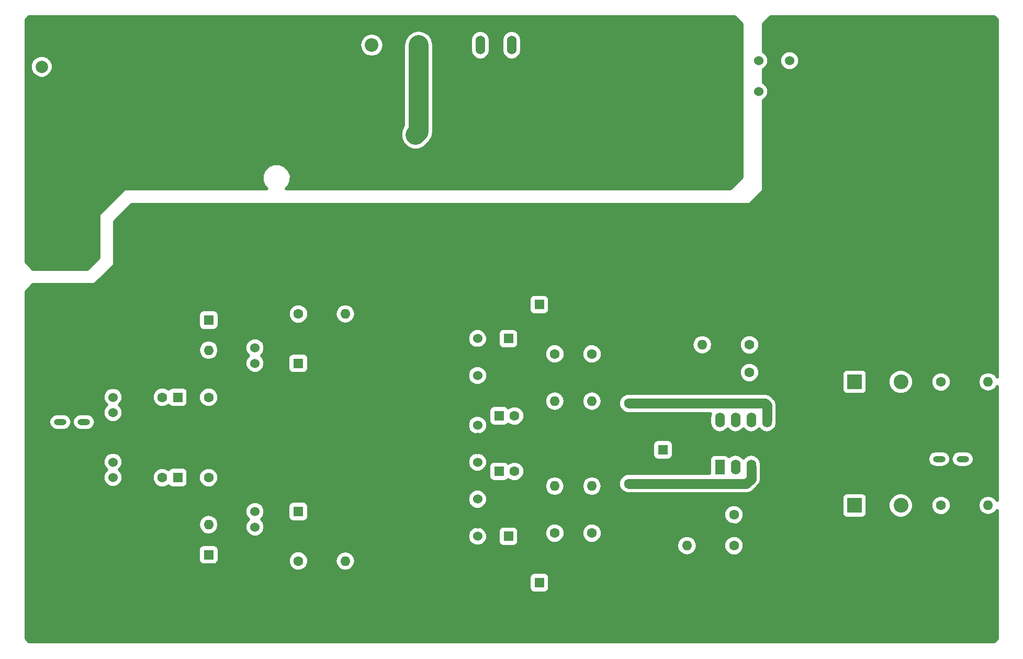
<source format=gbr>
G04 #@! TF.FileFunction,Copper,L2,Bot,Signal*
%FSLAX46Y46*%
G04 Gerber Fmt 4.6, Leading zero omitted, Abs format (unit mm)*
G04 Created by KiCad (PCBNEW 4.0.7) date 05/17/21 03:00:34*
%MOMM*%
%LPD*%
G01*
G04 APERTURE LIST*
%ADD10C,0.100000*%
%ADD11C,0.770000*%
%ADD12R,1.600000X1.600000*%
%ADD13C,1.600000*%
%ADD14R,2.400000X2.400000*%
%ADD15C,2.400000*%
%ADD16R,2.200000X2.200000*%
%ADD17O,2.200000X2.200000*%
%ADD18C,2.000000*%
%ADD19O,1.400000X0.900000*%
%ADD20O,2.000000X1.000000*%
%ADD21O,1.600000X1.600000*%
%ADD22C,1.524000*%
%ADD23O,1.524000X3.048000*%
%ADD24R,1.600000X2.400000*%
%ADD25O,1.600000X2.400000*%
%ADD26C,3.200000*%
%ADD27C,1.600000*%
%ADD28C,3.200000*%
%ADD29C,0.500000*%
G04 APERTURE END LIST*
D10*
D11*
X213000000Y-29000000D03*
X207000000Y-35000000D03*
X166000000Y-116000000D03*
X169000000Y-111000000D03*
X137000000Y-106000000D03*
X137000000Y-115000000D03*
X131000000Y-118000000D03*
X111000000Y-118000000D03*
X67000000Y-105000000D03*
X95000000Y-87000000D03*
X91000000Y-87000000D03*
X101000000Y-54000000D03*
X94000000Y-54000000D03*
X67000000Y-67000000D03*
X58000000Y-29000000D03*
X117000000Y-41000000D03*
X124000000Y-41000000D03*
X143000000Y-41000000D03*
X171000000Y-29000000D03*
X171000000Y-54000000D03*
X94000000Y-75000000D03*
X87000000Y-71000000D03*
X87000000Y-63000000D03*
X87000000Y-59000000D03*
X91000000Y-63000000D03*
X91000000Y-59000000D03*
X91000000Y-67000000D03*
X87000000Y-67000000D03*
X79000000Y-67000000D03*
X75000000Y-67000000D03*
X83000000Y-67000000D03*
X83000000Y-59000000D03*
X83000000Y-63000000D03*
X75000000Y-59000000D03*
X79000000Y-59000000D03*
X79000000Y-63000000D03*
X75000000Y-63000000D03*
X75000000Y-75000000D03*
X79000000Y-75000000D03*
X71000000Y-75000000D03*
X59000000Y-75000000D03*
X59000000Y-72000000D03*
X79000000Y-71000000D03*
X67000000Y-72000000D03*
X71000000Y-71000000D03*
X75000000Y-71000000D03*
X67000000Y-75000000D03*
X63000000Y-72000000D03*
X63000000Y-75000000D03*
X83000000Y-75000000D03*
X83000000Y-71000000D03*
X83000000Y-87000000D03*
X83000000Y-79000000D03*
X83000000Y-83000000D03*
X63000000Y-83000000D03*
X63000000Y-79000000D03*
X63000000Y-87000000D03*
X67000000Y-83000000D03*
X75000000Y-87000000D03*
X67000000Y-87000000D03*
X75000000Y-79000000D03*
X71000000Y-79000000D03*
X67000000Y-79000000D03*
X79000000Y-79000000D03*
X79000000Y-87000000D03*
X59000000Y-79000000D03*
X59000000Y-87000000D03*
X59000000Y-83000000D03*
X71000000Y-83000000D03*
X79000000Y-83000000D03*
X75000000Y-83000000D03*
X59000000Y-100000000D03*
X59000000Y-104000000D03*
X67000000Y-100000000D03*
X63000000Y-104000000D03*
X63000000Y-100000000D03*
X75000000Y-105000000D03*
X79000000Y-105000000D03*
X83000000Y-105000000D03*
X83000000Y-108000000D03*
X83000000Y-116000000D03*
X83000000Y-112000000D03*
X63000000Y-108000000D03*
X63000000Y-112000000D03*
X67000000Y-108000000D03*
X67000000Y-112000000D03*
X59000000Y-112000000D03*
X59000000Y-108000000D03*
X71000000Y-108000000D03*
X71000000Y-112000000D03*
X79000000Y-112000000D03*
X79000000Y-108000000D03*
X75000000Y-112000000D03*
X75000000Y-108000000D03*
X91000000Y-113000000D03*
X91000000Y-105000000D03*
X99000000Y-105000000D03*
X103000000Y-105000000D03*
X95000000Y-105000000D03*
X99000000Y-116000000D03*
X99000000Y-112000000D03*
X95000000Y-116000000D03*
X95000000Y-120000000D03*
X91000000Y-120000000D03*
X87000000Y-120000000D03*
X83000000Y-120000000D03*
X75000000Y-116000000D03*
X75000000Y-120000000D03*
X79000000Y-116000000D03*
X79000000Y-120000000D03*
X71000000Y-120000000D03*
X71000000Y-116000000D03*
X59000000Y-116000000D03*
X59000000Y-120000000D03*
X67000000Y-120000000D03*
X67000000Y-116000000D03*
X63000000Y-120000000D03*
X63000000Y-116000000D03*
X63000000Y-124000000D03*
X63000000Y-128000000D03*
X67000000Y-124000000D03*
X67000000Y-128000000D03*
X59000000Y-128000000D03*
X59000000Y-124000000D03*
X87000000Y-124000000D03*
X91000000Y-124000000D03*
X83000000Y-124000000D03*
X71000000Y-124000000D03*
X71000000Y-128000000D03*
X91000000Y-128000000D03*
X79000000Y-128000000D03*
X83000000Y-128000000D03*
X87000000Y-128000000D03*
X79000000Y-124000000D03*
X75000000Y-128000000D03*
X95000000Y-128000000D03*
X95000000Y-124000000D03*
X75000000Y-124000000D03*
X107000000Y-128000000D03*
X99000000Y-128000000D03*
X99000000Y-124000000D03*
X207000000Y-104000000D03*
X207000000Y-92000000D03*
X199000000Y-92000000D03*
X199000000Y-96000000D03*
X203000000Y-96000000D03*
X203000000Y-92000000D03*
X199000000Y-100000000D03*
X203000000Y-104000000D03*
X199000000Y-104000000D03*
X191000000Y-104000000D03*
X195000000Y-104000000D03*
X191000000Y-100000000D03*
X195000000Y-100000000D03*
X195000000Y-92000000D03*
X195000000Y-96000000D03*
X191000000Y-96000000D03*
X191000000Y-92000000D03*
X187000000Y-87000000D03*
X183000000Y-87000000D03*
X179000000Y-92000000D03*
X179000000Y-96000000D03*
X183000000Y-92000000D03*
X183000000Y-96000000D03*
X187000000Y-96000000D03*
X187000000Y-92000000D03*
X187000000Y-100000000D03*
X187000000Y-108000000D03*
X187000000Y-112000000D03*
X187000000Y-104000000D03*
X183000000Y-104000000D03*
X183000000Y-100000000D03*
X179000000Y-104000000D03*
X179000000Y-100000000D03*
X175000000Y-112000000D03*
X175000000Y-116000000D03*
X183000000Y-116000000D03*
X183000000Y-112000000D03*
X179000000Y-116000000D03*
X179000000Y-112000000D03*
X183000000Y-108000000D03*
X158000000Y-106000000D03*
X166000000Y-101000000D03*
X166000000Y-106000000D03*
X161000000Y-113000000D03*
X163000000Y-120000000D03*
X159000000Y-120000000D03*
X187000000Y-120000000D03*
X175000000Y-120000000D03*
X183000000Y-120000000D03*
X179000000Y-120000000D03*
X171000000Y-120000000D03*
X167000000Y-120000000D03*
X213000000Y-95000000D03*
X213000000Y-103000000D03*
X211000000Y-112000000D03*
X207000000Y-112000000D03*
X203000000Y-112000000D03*
X191000000Y-116000000D03*
X195000000Y-116000000D03*
X195000000Y-120000000D03*
X191000000Y-120000000D03*
X199000000Y-120000000D03*
X199000000Y-116000000D03*
X207000000Y-120000000D03*
X203000000Y-120000000D03*
X203000000Y-116000000D03*
X207000000Y-116000000D03*
X207000000Y-124000000D03*
X211000000Y-124000000D03*
X203000000Y-124000000D03*
X211000000Y-128000000D03*
X203000000Y-128000000D03*
X207000000Y-128000000D03*
X211000000Y-120000000D03*
X211000000Y-116000000D03*
X167000000Y-124000000D03*
X167000000Y-128000000D03*
X171000000Y-128000000D03*
X171000000Y-124000000D03*
X179000000Y-124000000D03*
X199000000Y-124000000D03*
X199000000Y-128000000D03*
X179000000Y-128000000D03*
X183000000Y-124000000D03*
X191000000Y-128000000D03*
X187000000Y-128000000D03*
X183000000Y-128000000D03*
X195000000Y-128000000D03*
X175000000Y-128000000D03*
X175000000Y-124000000D03*
X187000000Y-124000000D03*
X195000000Y-124000000D03*
X191000000Y-124000000D03*
X155000000Y-124000000D03*
X159000000Y-124000000D03*
X151000000Y-124000000D03*
X139000000Y-124000000D03*
X139000000Y-128000000D03*
X159000000Y-128000000D03*
X147000000Y-128000000D03*
X151000000Y-128000000D03*
X155000000Y-128000000D03*
X147000000Y-124000000D03*
X143000000Y-128000000D03*
X163000000Y-128000000D03*
X163000000Y-124000000D03*
X143000000Y-124000000D03*
X115000000Y-124000000D03*
X135000000Y-124000000D03*
X135000000Y-128000000D03*
X115000000Y-128000000D03*
X119000000Y-124000000D03*
X127000000Y-128000000D03*
X123000000Y-128000000D03*
X119000000Y-128000000D03*
X131000000Y-128000000D03*
X111000000Y-128000000D03*
X111000000Y-124000000D03*
X123000000Y-124000000D03*
X131000000Y-124000000D03*
X127000000Y-124000000D03*
X146000000Y-117000000D03*
X151000000Y-117000000D03*
X145000000Y-104000000D03*
X151000000Y-88000000D03*
X145000000Y-90000000D03*
X155000000Y-97000000D03*
X151000000Y-97000000D03*
X155000000Y-101000000D03*
X151000000Y-101000000D03*
X151000000Y-93000000D03*
X155000000Y-93000000D03*
X139000000Y-99000000D03*
X143000000Y-99000000D03*
X147000000Y-99000000D03*
X107000000Y-96000000D03*
X111000000Y-96000000D03*
X103000000Y-96000000D03*
X171000000Y-85000000D03*
X183000000Y-83000000D03*
X187000000Y-83000000D03*
X175000000Y-79000000D03*
X179000000Y-79000000D03*
X183000000Y-79000000D03*
X203000000Y-83000000D03*
X199000000Y-83000000D03*
X207000000Y-83000000D03*
X195000000Y-83000000D03*
X211000000Y-83000000D03*
X203000000Y-75000000D03*
X199000000Y-75000000D03*
X207000000Y-75000000D03*
X195000000Y-75000000D03*
X211000000Y-75000000D03*
X191000000Y-75000000D03*
X211000000Y-79000000D03*
X195000000Y-79000000D03*
X207000000Y-79000000D03*
X199000000Y-79000000D03*
X203000000Y-79000000D03*
X191000000Y-59000000D03*
X183000000Y-55000000D03*
X179000000Y-55000000D03*
X183000000Y-39000000D03*
X187000000Y-51000000D03*
X183000000Y-51000000D03*
X179000000Y-51000000D03*
X187000000Y-43000000D03*
X187000000Y-47000000D03*
X183000000Y-47000000D03*
X183000000Y-43000000D03*
X179000000Y-43000000D03*
X179000000Y-47000000D03*
X183000000Y-31000000D03*
X179000000Y-31000000D03*
X191000000Y-35000000D03*
X211000000Y-43000000D03*
X211000000Y-39000000D03*
X211000000Y-47000000D03*
X195000000Y-47000000D03*
X195000000Y-39000000D03*
X195000000Y-43000000D03*
X207000000Y-43000000D03*
X207000000Y-47000000D03*
X207000000Y-39000000D03*
X199000000Y-43000000D03*
X199000000Y-47000000D03*
X199000000Y-39000000D03*
X203000000Y-39000000D03*
X203000000Y-47000000D03*
X203000000Y-43000000D03*
X211000000Y-35000000D03*
X211000000Y-55000000D03*
X211000000Y-51000000D03*
X211000000Y-59000000D03*
X195000000Y-59000000D03*
X195000000Y-51000000D03*
X195000000Y-55000000D03*
X207000000Y-55000000D03*
X207000000Y-59000000D03*
X207000000Y-51000000D03*
X199000000Y-55000000D03*
X199000000Y-59000000D03*
X199000000Y-51000000D03*
X203000000Y-51000000D03*
X203000000Y-59000000D03*
X203000000Y-55000000D03*
X203000000Y-67000000D03*
X203000000Y-71000000D03*
X203000000Y-63000000D03*
X199000000Y-63000000D03*
X199000000Y-71000000D03*
X199000000Y-67000000D03*
X207000000Y-63000000D03*
X207000000Y-71000000D03*
X207000000Y-67000000D03*
X195000000Y-67000000D03*
X195000000Y-63000000D03*
X195000000Y-71000000D03*
X211000000Y-71000000D03*
X211000000Y-63000000D03*
X211000000Y-67000000D03*
X187000000Y-67000000D03*
X187000000Y-71000000D03*
X187000000Y-63000000D03*
X183000000Y-63000000D03*
X183000000Y-71000000D03*
X183000000Y-67000000D03*
X191000000Y-63000000D03*
X191000000Y-71000000D03*
X191000000Y-67000000D03*
X179000000Y-67000000D03*
X179000000Y-63000000D03*
X179000000Y-71000000D03*
X163000000Y-71000000D03*
X163000000Y-63000000D03*
X163000000Y-67000000D03*
X175000000Y-67000000D03*
X175000000Y-71000000D03*
X175000000Y-63000000D03*
X167000000Y-67000000D03*
X167000000Y-71000000D03*
X167000000Y-63000000D03*
X171000000Y-63000000D03*
X171000000Y-71000000D03*
X171000000Y-67000000D03*
X151000000Y-67000000D03*
X151000000Y-71000000D03*
X151000000Y-63000000D03*
X147000000Y-63000000D03*
X147000000Y-71000000D03*
X147000000Y-67000000D03*
X155000000Y-63000000D03*
X155000000Y-71000000D03*
X155000000Y-67000000D03*
X143000000Y-67000000D03*
X143000000Y-63000000D03*
X135000000Y-67000000D03*
X135000000Y-71000000D03*
X135000000Y-63000000D03*
X139000000Y-63000000D03*
X143000000Y-71000000D03*
X139000000Y-67000000D03*
X127000000Y-67000000D03*
X127000000Y-71000000D03*
X127000000Y-63000000D03*
X131000000Y-63000000D03*
X131000000Y-71000000D03*
X131000000Y-67000000D03*
X111000000Y-67000000D03*
X111000000Y-71000000D03*
X111000000Y-63000000D03*
X107000000Y-63000000D03*
X107000000Y-71000000D03*
X107000000Y-67000000D03*
X119000000Y-67000000D03*
X123000000Y-71000000D03*
X119000000Y-71000000D03*
X119000000Y-63000000D03*
X115000000Y-63000000D03*
X115000000Y-71000000D03*
X115000000Y-67000000D03*
X123000000Y-63000000D03*
X123000000Y-67000000D03*
X127000000Y-109000000D03*
X127000000Y-113000000D03*
X123000000Y-83000000D03*
X123000000Y-79000000D03*
X115000000Y-83000000D03*
X115000000Y-87000000D03*
X115000000Y-79000000D03*
X119000000Y-79000000D03*
X127000000Y-79000000D03*
X119000000Y-87000000D03*
X123000000Y-87000000D03*
X127000000Y-83000000D03*
X119000000Y-83000000D03*
X107000000Y-83000000D03*
X107000000Y-87000000D03*
X107000000Y-79000000D03*
X111000000Y-79000000D03*
X111000000Y-87000000D03*
X111000000Y-83000000D03*
X107000000Y-109000000D03*
X107000000Y-105000000D03*
X107000000Y-113000000D03*
X111000000Y-109000000D03*
X115000000Y-109000000D03*
X119000000Y-109000000D03*
X119000000Y-113000000D03*
X115000000Y-113000000D03*
X111000000Y-113000000D03*
X119000000Y-105000000D03*
X115000000Y-105000000D03*
X111000000Y-105000000D03*
X123000000Y-105000000D03*
X123000000Y-113000000D03*
X123000000Y-109000000D03*
X83000000Y-100000000D03*
X83000000Y-92000000D03*
X87000000Y-96000000D03*
X87000000Y-92000000D03*
X87000000Y-100000000D03*
X91000000Y-96000000D03*
X91000000Y-100000000D03*
X91000000Y-92000000D03*
X147000000Y-95000000D03*
X111000000Y-100000000D03*
X111000000Y-92000000D03*
X99000000Y-92000000D03*
X103000000Y-92000000D03*
X107000000Y-92000000D03*
X99000000Y-100000000D03*
X103000000Y-100000000D03*
X107000000Y-100000000D03*
X143000000Y-95000000D03*
X139000000Y-95000000D03*
X99000000Y-96000000D03*
X163000000Y-84000000D03*
X163000000Y-75000000D03*
X163000000Y-79000000D03*
X167000000Y-88000000D03*
X163000000Y-88000000D03*
X163000000Y-94000000D03*
X147000000Y-79000000D03*
X156000000Y-79000000D03*
X152000000Y-79000000D03*
X127000000Y-96000000D03*
X127000000Y-100000000D03*
X127000000Y-92000000D03*
X75000000Y-100000000D03*
X119000000Y-96000000D03*
X123000000Y-96000000D03*
X123000000Y-100000000D03*
X119000000Y-100000000D03*
X123000000Y-92000000D03*
X119000000Y-92000000D03*
X115000000Y-92000000D03*
X95000000Y-100000000D03*
X115000000Y-100000000D03*
X95000000Y-92000000D03*
X75000000Y-92000000D03*
X115000000Y-96000000D03*
X95000000Y-96000000D03*
X83000000Y-96000000D03*
X79000000Y-96000000D03*
X73000000Y-96000000D03*
X98000000Y-74000000D03*
X90000000Y-79000000D03*
X98000000Y-79000000D03*
X98000000Y-62000000D03*
X94000000Y-59000000D03*
D12*
X81500000Y-89500000D03*
D13*
X79000000Y-89500000D03*
D12*
X81500000Y-102500000D03*
D13*
X79000000Y-102500000D03*
D12*
X101000000Y-84000000D03*
D13*
X103500000Y-84000000D03*
D12*
X101000000Y-108000000D03*
D13*
X103500000Y-108000000D03*
D12*
X86500000Y-77000000D03*
D13*
X86500000Y-74500000D03*
D12*
X86500000Y-115000000D03*
D13*
X86500000Y-117500000D03*
D12*
X140000000Y-119500000D03*
D13*
X140000000Y-122000000D03*
D12*
X135000000Y-112000000D03*
D13*
X135000000Y-109500000D03*
D12*
X135000000Y-80000000D03*
D13*
X135000000Y-82500000D03*
D12*
X140000000Y-74500000D03*
D13*
X140000000Y-72000000D03*
D12*
X133500000Y-101500000D03*
D13*
X136000000Y-101500000D03*
D12*
X133500000Y-92500000D03*
D13*
X136000000Y-92500000D03*
D14*
X191000000Y-107000000D03*
D15*
X198500000Y-107000000D03*
D14*
X191000000Y-87000000D03*
D15*
X198500000Y-87000000D03*
D12*
X160000000Y-98000000D03*
D13*
X160000000Y-100500000D03*
D16*
X120500000Y-32500000D03*
D17*
X112880000Y-32500000D03*
D18*
X59500000Y-36000000D03*
X59500000Y-49000000D03*
D19*
X58000000Y-60450000D03*
X58000000Y-67550000D03*
D20*
X58800000Y-93500000D03*
X62500000Y-93500000D03*
X66300000Y-93500000D03*
X67000000Y-98300000D03*
X212200000Y-99500000D03*
X208500000Y-99500000D03*
X204700000Y-99500000D03*
X204000000Y-94700000D03*
D13*
X86500000Y-89500000D03*
D21*
X86500000Y-81880000D03*
D13*
X86500000Y-102500000D03*
D21*
X86500000Y-110120000D03*
D13*
X101000000Y-76000000D03*
D21*
X108620000Y-76000000D03*
D13*
X101000000Y-116000000D03*
D21*
X108620000Y-116000000D03*
D13*
X142500000Y-111500000D03*
D21*
X142500000Y-103880000D03*
D13*
X142500000Y-82500000D03*
D21*
X142500000Y-90120000D03*
D13*
X148500000Y-111500000D03*
D21*
X148500000Y-103880000D03*
D13*
X154500000Y-103500000D03*
D21*
X154500000Y-111120000D03*
D13*
X148500000Y-82500000D03*
D21*
X148500000Y-90120000D03*
D13*
X154500000Y-90500000D03*
D21*
X154500000Y-82880000D03*
D13*
X171500000Y-108500000D03*
D21*
X179120000Y-108500000D03*
D13*
X174000000Y-85500000D03*
D21*
X181620000Y-85500000D03*
D13*
X171500000Y-113500000D03*
D21*
X163880000Y-113500000D03*
D13*
X174000000Y-81000000D03*
D21*
X166380000Y-81000000D03*
D13*
X205000000Y-107000000D03*
D21*
X212620000Y-107000000D03*
D13*
X205000000Y-87000000D03*
D21*
X212620000Y-87000000D03*
D22*
X71000000Y-92000000D03*
X71000000Y-89500000D03*
X71000000Y-87000000D03*
X71000000Y-100000000D03*
X71000000Y-102500000D03*
X71000000Y-105000000D03*
X94000000Y-79000000D03*
X94000000Y-81500000D03*
X94000000Y-84000000D03*
X94000000Y-113000000D03*
X94000000Y-110500000D03*
X94000000Y-108000000D03*
D23*
X135540000Y-32500000D03*
X130460000Y-32500000D03*
D22*
X178000000Y-32500000D03*
X175500000Y-35000000D03*
X178000000Y-37500000D03*
X175500000Y-40000000D03*
X180500000Y-40000000D03*
X180500000Y-35000000D03*
X130000000Y-96000000D03*
X130000000Y-94000000D03*
X130000000Y-86000000D03*
X130000000Y-82000000D03*
X130000000Y-80000000D03*
X130000000Y-112000000D03*
X130000000Y-110000000D03*
X130000000Y-106000000D03*
X130000000Y-100000000D03*
X130000000Y-98000000D03*
D24*
X169210000Y-100810000D03*
D25*
X176830000Y-93190000D03*
X171750000Y-100810000D03*
X174290000Y-93190000D03*
X174290000Y-100810000D03*
X171750000Y-93190000D03*
X176830000Y-100810000D03*
X169210000Y-93190000D03*
D26*
X120000000Y-47000000D03*
D27*
X154500000Y-103500000D02*
X173500000Y-103500000D01*
X174290000Y-102710000D02*
X174290000Y-100810000D01*
X173500000Y-103500000D02*
X174290000Y-102710000D01*
X154500000Y-90500000D02*
X176500000Y-90500000D01*
X176830000Y-90830000D02*
X176830000Y-93190000D01*
X176500000Y-90500000D02*
X176830000Y-90830000D01*
D28*
X120500000Y-46500000D02*
X120500000Y-32500000D01*
X120000000Y-47000000D02*
X120500000Y-46500000D01*
D29*
G36*
X172750000Y-29103554D02*
X172750000Y-53896446D01*
X170896446Y-55750000D01*
X99073249Y-55750000D01*
X99491071Y-55332906D01*
X99849591Y-54469495D01*
X99850407Y-53534607D01*
X99493395Y-52670571D01*
X98832906Y-52008929D01*
X97969495Y-51650409D01*
X97034607Y-51649593D01*
X96170571Y-52006605D01*
X95508929Y-52667094D01*
X95150409Y-53530505D01*
X95149593Y-54465393D01*
X95506605Y-55329429D01*
X95926443Y-55750000D01*
X73000000Y-55750000D01*
X72902736Y-55769696D01*
X72823223Y-55823223D01*
X68823223Y-59823223D01*
X68768375Y-59905927D01*
X68750000Y-60000000D01*
X68750000Y-66896446D01*
X66896446Y-68750000D01*
X58103554Y-68750000D01*
X56925000Y-67571446D01*
X56925000Y-47485197D01*
X117549576Y-47485197D01*
X117921780Y-48386000D01*
X118610375Y-49075798D01*
X119510527Y-49449573D01*
X119999997Y-49450000D01*
X120000000Y-49450001D01*
X120000003Y-49450000D01*
X120485197Y-49450424D01*
X121386000Y-49078220D01*
X122075798Y-48389625D01*
X122076224Y-48388599D01*
X122232409Y-48232414D01*
X122232412Y-48232412D01*
X122497959Y-47834993D01*
X122763505Y-47437575D01*
X122950001Y-46500000D01*
X122950000Y-46499995D01*
X122950000Y-32500000D01*
X122789178Y-31691491D01*
X128848000Y-31691491D01*
X128848000Y-33308509D01*
X128970706Y-33925395D01*
X129320144Y-34448365D01*
X129843114Y-34797803D01*
X130460000Y-34920509D01*
X131076886Y-34797803D01*
X131599856Y-34448365D01*
X131949294Y-33925395D01*
X132072000Y-33308509D01*
X132072000Y-31691491D01*
X133928000Y-31691491D01*
X133928000Y-33308509D01*
X134050706Y-33925395D01*
X134400144Y-34448365D01*
X134923114Y-34797803D01*
X135540000Y-34920509D01*
X136156886Y-34797803D01*
X136679856Y-34448365D01*
X137029294Y-33925395D01*
X137152000Y-33308509D01*
X137152000Y-31691491D01*
X137029294Y-31074605D01*
X136679856Y-30551635D01*
X136156886Y-30202197D01*
X135540000Y-30079491D01*
X134923114Y-30202197D01*
X134400144Y-30551635D01*
X134050706Y-31074605D01*
X133928000Y-31691491D01*
X132072000Y-31691491D01*
X131949294Y-31074605D01*
X131599856Y-30551635D01*
X131076886Y-30202197D01*
X130460000Y-30079491D01*
X129843114Y-30202197D01*
X129320144Y-30551635D01*
X128970706Y-31074605D01*
X128848000Y-31691491D01*
X122789178Y-31691491D01*
X122763505Y-31562426D01*
X122232412Y-30767588D01*
X121437574Y-30236495D01*
X120500000Y-30050000D01*
X119562426Y-30236495D01*
X118767588Y-30767588D01*
X118236495Y-31562426D01*
X118050000Y-32500000D01*
X118050000Y-45484796D01*
X117924202Y-45610375D01*
X117550427Y-46510527D01*
X117550000Y-46999997D01*
X117549999Y-47000000D01*
X117550000Y-47000003D01*
X117549576Y-47485197D01*
X56925000Y-47485197D01*
X56925000Y-36366373D01*
X57649679Y-36366373D01*
X57930732Y-37046572D01*
X58450691Y-37567439D01*
X59130398Y-37849679D01*
X59866373Y-37850321D01*
X60546572Y-37569268D01*
X61067439Y-37049309D01*
X61349679Y-36369602D01*
X61350321Y-35633627D01*
X61069268Y-34953428D01*
X60549309Y-34432561D01*
X59869602Y-34150321D01*
X59133627Y-34149679D01*
X58453428Y-34430732D01*
X57932561Y-34950691D01*
X57650321Y-35630398D01*
X57649679Y-36366373D01*
X56925000Y-36366373D01*
X56925000Y-32500000D01*
X110891797Y-32500000D01*
X111040232Y-33246233D01*
X111462939Y-33878858D01*
X112095564Y-34301565D01*
X112841797Y-34450000D01*
X112918203Y-34450000D01*
X113664436Y-34301565D01*
X114297061Y-33878858D01*
X114719768Y-33246233D01*
X114868203Y-32500000D01*
X114719768Y-31753767D01*
X114297061Y-31121142D01*
X113664436Y-30698435D01*
X112918203Y-30550000D01*
X112841797Y-30550000D01*
X112095564Y-30698435D01*
X111462939Y-31121142D01*
X111040232Y-31753767D01*
X110891797Y-32500000D01*
X56925000Y-32500000D01*
X56925000Y-28428554D01*
X57428554Y-27925000D01*
X171571446Y-27925000D01*
X172750000Y-29103554D01*
X172750000Y-29103554D01*
G37*
X172750000Y-29103554D02*
X172750000Y-53896446D01*
X170896446Y-55750000D01*
X99073249Y-55750000D01*
X99491071Y-55332906D01*
X99849591Y-54469495D01*
X99850407Y-53534607D01*
X99493395Y-52670571D01*
X98832906Y-52008929D01*
X97969495Y-51650409D01*
X97034607Y-51649593D01*
X96170571Y-52006605D01*
X95508929Y-52667094D01*
X95150409Y-53530505D01*
X95149593Y-54465393D01*
X95506605Y-55329429D01*
X95926443Y-55750000D01*
X73000000Y-55750000D01*
X72902736Y-55769696D01*
X72823223Y-55823223D01*
X68823223Y-59823223D01*
X68768375Y-59905927D01*
X68750000Y-60000000D01*
X68750000Y-66896446D01*
X66896446Y-68750000D01*
X58103554Y-68750000D01*
X56925000Y-67571446D01*
X56925000Y-47485197D01*
X117549576Y-47485197D01*
X117921780Y-48386000D01*
X118610375Y-49075798D01*
X119510527Y-49449573D01*
X119999997Y-49450000D01*
X120000000Y-49450001D01*
X120000003Y-49450000D01*
X120485197Y-49450424D01*
X121386000Y-49078220D01*
X122075798Y-48389625D01*
X122076224Y-48388599D01*
X122232409Y-48232414D01*
X122232412Y-48232412D01*
X122497959Y-47834993D01*
X122763505Y-47437575D01*
X122950001Y-46500000D01*
X122950000Y-46499995D01*
X122950000Y-32500000D01*
X122789178Y-31691491D01*
X128848000Y-31691491D01*
X128848000Y-33308509D01*
X128970706Y-33925395D01*
X129320144Y-34448365D01*
X129843114Y-34797803D01*
X130460000Y-34920509D01*
X131076886Y-34797803D01*
X131599856Y-34448365D01*
X131949294Y-33925395D01*
X132072000Y-33308509D01*
X132072000Y-31691491D01*
X133928000Y-31691491D01*
X133928000Y-33308509D01*
X134050706Y-33925395D01*
X134400144Y-34448365D01*
X134923114Y-34797803D01*
X135540000Y-34920509D01*
X136156886Y-34797803D01*
X136679856Y-34448365D01*
X137029294Y-33925395D01*
X137152000Y-33308509D01*
X137152000Y-31691491D01*
X137029294Y-31074605D01*
X136679856Y-30551635D01*
X136156886Y-30202197D01*
X135540000Y-30079491D01*
X134923114Y-30202197D01*
X134400144Y-30551635D01*
X134050706Y-31074605D01*
X133928000Y-31691491D01*
X132072000Y-31691491D01*
X131949294Y-31074605D01*
X131599856Y-30551635D01*
X131076886Y-30202197D01*
X130460000Y-30079491D01*
X129843114Y-30202197D01*
X129320144Y-30551635D01*
X128970706Y-31074605D01*
X128848000Y-31691491D01*
X122789178Y-31691491D01*
X122763505Y-31562426D01*
X122232412Y-30767588D01*
X121437574Y-30236495D01*
X120500000Y-30050000D01*
X119562426Y-30236495D01*
X118767588Y-30767588D01*
X118236495Y-31562426D01*
X118050000Y-32500000D01*
X118050000Y-45484796D01*
X117924202Y-45610375D01*
X117550427Y-46510527D01*
X117550000Y-46999997D01*
X117549999Y-47000000D01*
X117550000Y-47000003D01*
X117549576Y-47485197D01*
X56925000Y-47485197D01*
X56925000Y-36366373D01*
X57649679Y-36366373D01*
X57930732Y-37046572D01*
X58450691Y-37567439D01*
X59130398Y-37849679D01*
X59866373Y-37850321D01*
X60546572Y-37569268D01*
X61067439Y-37049309D01*
X61349679Y-36369602D01*
X61350321Y-35633627D01*
X61069268Y-34953428D01*
X60549309Y-34432561D01*
X59869602Y-34150321D01*
X59133627Y-34149679D01*
X58453428Y-34430732D01*
X57932561Y-34950691D01*
X57650321Y-35630398D01*
X57649679Y-36366373D01*
X56925000Y-36366373D01*
X56925000Y-32500000D01*
X110891797Y-32500000D01*
X111040232Y-33246233D01*
X111462939Y-33878858D01*
X112095564Y-34301565D01*
X112841797Y-34450000D01*
X112918203Y-34450000D01*
X113664436Y-34301565D01*
X114297061Y-33878858D01*
X114719768Y-33246233D01*
X114868203Y-32500000D01*
X114719768Y-31753767D01*
X114297061Y-31121142D01*
X113664436Y-30698435D01*
X112918203Y-30550000D01*
X112841797Y-30550000D01*
X112095564Y-30698435D01*
X111462939Y-31121142D01*
X111040232Y-31753767D01*
X110891797Y-32500000D01*
X56925000Y-32500000D01*
X56925000Y-28428554D01*
X57428554Y-27925000D01*
X171571446Y-27925000D01*
X172750000Y-29103554D01*
G36*
X214075000Y-28428554D02*
X214075000Y-86216328D01*
X213819051Y-85833274D01*
X213283753Y-85475599D01*
X212652325Y-85350000D01*
X212587675Y-85350000D01*
X211956247Y-85475599D01*
X211420949Y-85833274D01*
X211063274Y-86368572D01*
X210937675Y-87000000D01*
X211063274Y-87631428D01*
X211420949Y-88166726D01*
X211956247Y-88524401D01*
X212587675Y-88650000D01*
X212652325Y-88650000D01*
X213283753Y-88524401D01*
X213819051Y-88166726D01*
X214075000Y-87783672D01*
X214075000Y-106216328D01*
X213819051Y-105833274D01*
X213283753Y-105475599D01*
X212652325Y-105350000D01*
X212587675Y-105350000D01*
X211956247Y-105475599D01*
X211420949Y-105833274D01*
X211063274Y-106368572D01*
X210937675Y-107000000D01*
X211063274Y-107631428D01*
X211420949Y-108166726D01*
X211956247Y-108524401D01*
X212587675Y-108650000D01*
X212652325Y-108650000D01*
X213283753Y-108524401D01*
X213819051Y-108166726D01*
X214075000Y-107783672D01*
X214075000Y-128571446D01*
X213571446Y-129075000D01*
X57428554Y-129075000D01*
X56925000Y-128571446D01*
X56925000Y-118700000D01*
X138333348Y-118700000D01*
X138333348Y-120300000D01*
X138392618Y-120614991D01*
X138578777Y-120904291D01*
X138862824Y-121098372D01*
X139200000Y-121166652D01*
X140800000Y-121166652D01*
X141114991Y-121107382D01*
X141404291Y-120921223D01*
X141598372Y-120637176D01*
X141666652Y-120300000D01*
X141666652Y-118700000D01*
X141607382Y-118385009D01*
X141421223Y-118095709D01*
X141137176Y-117901628D01*
X140800000Y-117833348D01*
X139200000Y-117833348D01*
X138885009Y-117892618D01*
X138595709Y-118078777D01*
X138401628Y-118362824D01*
X138333348Y-118700000D01*
X56925000Y-118700000D01*
X56925000Y-114200000D01*
X84833348Y-114200000D01*
X84833348Y-115800000D01*
X84892618Y-116114991D01*
X85078777Y-116404291D01*
X85362824Y-116598372D01*
X85700000Y-116666652D01*
X87300000Y-116666652D01*
X87614991Y-116607382D01*
X87904291Y-116421223D01*
X87968831Y-116326765D01*
X99349715Y-116326765D01*
X99600383Y-116933429D01*
X100064130Y-117397986D01*
X100670355Y-117649713D01*
X101326765Y-117650285D01*
X101933429Y-117399617D01*
X102397986Y-116935870D01*
X102649713Y-116329645D01*
X102650000Y-116000000D01*
X106937675Y-116000000D01*
X107063274Y-116631428D01*
X107420949Y-117166726D01*
X107956247Y-117524401D01*
X108587675Y-117650000D01*
X108652325Y-117650000D01*
X109283753Y-117524401D01*
X109819051Y-117166726D01*
X110176726Y-116631428D01*
X110302325Y-116000000D01*
X110176726Y-115368572D01*
X109819051Y-114833274D01*
X109283753Y-114475599D01*
X108652325Y-114350000D01*
X108587675Y-114350000D01*
X107956247Y-114475599D01*
X107420949Y-114833274D01*
X107063274Y-115368572D01*
X106937675Y-116000000D01*
X102650000Y-116000000D01*
X102650285Y-115673235D01*
X102399617Y-115066571D01*
X101935870Y-114602014D01*
X101329645Y-114350287D01*
X100673235Y-114349715D01*
X100066571Y-114600383D01*
X99602014Y-115064130D01*
X99350287Y-115670355D01*
X99349715Y-116326765D01*
X87968831Y-116326765D01*
X88098372Y-116137176D01*
X88166652Y-115800000D01*
X88166652Y-114200000D01*
X88107382Y-113885009D01*
X87921223Y-113595709D01*
X87637176Y-113401628D01*
X87300000Y-113333348D01*
X85700000Y-113333348D01*
X85385009Y-113392618D01*
X85095709Y-113578777D01*
X84901628Y-113862824D01*
X84833348Y-114200000D01*
X56925000Y-114200000D01*
X56925000Y-112319240D01*
X128387721Y-112319240D01*
X128632616Y-112911932D01*
X129085683Y-113365790D01*
X129677947Y-113611720D01*
X130319240Y-113612279D01*
X130911932Y-113367384D01*
X131365790Y-112914317D01*
X131611720Y-112322053D01*
X131612279Y-111680760D01*
X131413634Y-111200000D01*
X133333348Y-111200000D01*
X133333348Y-112800000D01*
X133392618Y-113114991D01*
X133578777Y-113404291D01*
X133862824Y-113598372D01*
X134200000Y-113666652D01*
X135800000Y-113666652D01*
X136114991Y-113607382D01*
X136281867Y-113500000D01*
X162197675Y-113500000D01*
X162323274Y-114131428D01*
X162680949Y-114666726D01*
X163216247Y-115024401D01*
X163847675Y-115150000D01*
X163912325Y-115150000D01*
X164543753Y-115024401D01*
X165079051Y-114666726D01*
X165436726Y-114131428D01*
X165497327Y-113826765D01*
X169849715Y-113826765D01*
X170100383Y-114433429D01*
X170564130Y-114897986D01*
X171170355Y-115149713D01*
X171826765Y-115150285D01*
X172433429Y-114899617D01*
X172897986Y-114435870D01*
X173149713Y-113829645D01*
X173150285Y-113173235D01*
X172899617Y-112566571D01*
X172435870Y-112102014D01*
X171829645Y-111850287D01*
X171173235Y-111849715D01*
X170566571Y-112100383D01*
X170102014Y-112564130D01*
X169850287Y-113170355D01*
X169849715Y-113826765D01*
X165497327Y-113826765D01*
X165562325Y-113500000D01*
X165436726Y-112868572D01*
X165079051Y-112333274D01*
X164543753Y-111975599D01*
X163912325Y-111850000D01*
X163847675Y-111850000D01*
X163216247Y-111975599D01*
X162680949Y-112333274D01*
X162323274Y-112868572D01*
X162197675Y-113500000D01*
X136281867Y-113500000D01*
X136404291Y-113421223D01*
X136598372Y-113137176D01*
X136666652Y-112800000D01*
X136666652Y-111826765D01*
X140849715Y-111826765D01*
X141100383Y-112433429D01*
X141564130Y-112897986D01*
X142170355Y-113149713D01*
X142826765Y-113150285D01*
X143433429Y-112899617D01*
X143897986Y-112435870D01*
X144149713Y-111829645D01*
X144149715Y-111826765D01*
X146849715Y-111826765D01*
X147100383Y-112433429D01*
X147564130Y-112897986D01*
X148170355Y-113149713D01*
X148826765Y-113150285D01*
X149433429Y-112899617D01*
X149897986Y-112435870D01*
X150149713Y-111829645D01*
X150150285Y-111173235D01*
X149899617Y-110566571D01*
X149435870Y-110102014D01*
X148829645Y-109850287D01*
X148173235Y-109849715D01*
X147566571Y-110100383D01*
X147102014Y-110564130D01*
X146850287Y-111170355D01*
X146849715Y-111826765D01*
X144149715Y-111826765D01*
X144150285Y-111173235D01*
X143899617Y-110566571D01*
X143435870Y-110102014D01*
X142829645Y-109850287D01*
X142173235Y-109849715D01*
X141566571Y-110100383D01*
X141102014Y-110564130D01*
X140850287Y-111170355D01*
X140849715Y-111826765D01*
X136666652Y-111826765D01*
X136666652Y-111200000D01*
X136607382Y-110885009D01*
X136421223Y-110595709D01*
X136137176Y-110401628D01*
X135800000Y-110333348D01*
X134200000Y-110333348D01*
X133885009Y-110392618D01*
X133595709Y-110578777D01*
X133401628Y-110862824D01*
X133333348Y-111200000D01*
X131413634Y-111200000D01*
X131367384Y-111088068D01*
X130914317Y-110634210D01*
X130322053Y-110388280D01*
X129680760Y-110387721D01*
X129088068Y-110632616D01*
X128634210Y-111085683D01*
X128388280Y-111677947D01*
X128387721Y-112319240D01*
X56925000Y-112319240D01*
X56925000Y-110087675D01*
X84850000Y-110087675D01*
X84850000Y-110152325D01*
X84975599Y-110783753D01*
X85333274Y-111319051D01*
X85868572Y-111676726D01*
X86500000Y-111802325D01*
X87131428Y-111676726D01*
X87666726Y-111319051D01*
X88024401Y-110783753D01*
X88150000Y-110152325D01*
X88150000Y-110087675D01*
X88024401Y-109456247D01*
X87666726Y-108920949D01*
X87131428Y-108563274D01*
X86500000Y-108437675D01*
X85868572Y-108563274D01*
X85333274Y-108920949D01*
X84975599Y-109456247D01*
X84850000Y-110087675D01*
X56925000Y-110087675D01*
X56925000Y-108319240D01*
X92387721Y-108319240D01*
X92632616Y-108911932D01*
X92970287Y-109250192D01*
X92634210Y-109585683D01*
X92388280Y-110177947D01*
X92387721Y-110819240D01*
X92632616Y-111411932D01*
X93085683Y-111865790D01*
X93677947Y-112111720D01*
X94319240Y-112112279D01*
X94911932Y-111867384D01*
X95365790Y-111414317D01*
X95611720Y-110822053D01*
X95612279Y-110180760D01*
X95367384Y-109588068D01*
X95029713Y-109249808D01*
X95365790Y-108914317D01*
X95611720Y-108322053D01*
X95612279Y-107680760D01*
X95413634Y-107200000D01*
X99333348Y-107200000D01*
X99333348Y-108800000D01*
X99392618Y-109114991D01*
X99578777Y-109404291D01*
X99862824Y-109598372D01*
X100200000Y-109666652D01*
X101800000Y-109666652D01*
X102114991Y-109607382D01*
X102404291Y-109421223D01*
X102598372Y-109137176D01*
X102661231Y-108826765D01*
X169849715Y-108826765D01*
X170100383Y-109433429D01*
X170564130Y-109897986D01*
X171170355Y-110149713D01*
X171826765Y-110150285D01*
X172433429Y-109899617D01*
X172897986Y-109435870D01*
X173149713Y-108829645D01*
X173150285Y-108173235D01*
X172899617Y-107566571D01*
X172435870Y-107102014D01*
X171829645Y-106850287D01*
X171173235Y-106849715D01*
X170566571Y-107100383D01*
X170102014Y-107564130D01*
X169850287Y-108170355D01*
X169849715Y-108826765D01*
X102661231Y-108826765D01*
X102666652Y-108800000D01*
X102666652Y-107200000D01*
X102607382Y-106885009D01*
X102421223Y-106595709D01*
X102137176Y-106401628D01*
X101800000Y-106333348D01*
X100200000Y-106333348D01*
X99885009Y-106392618D01*
X99595709Y-106578777D01*
X99401628Y-106862824D01*
X99333348Y-107200000D01*
X95413634Y-107200000D01*
X95367384Y-107088068D01*
X94914317Y-106634210D01*
X94322053Y-106388280D01*
X93680760Y-106387721D01*
X93088068Y-106632616D01*
X92634210Y-107085683D01*
X92388280Y-107677947D01*
X92387721Y-108319240D01*
X56925000Y-108319240D01*
X56925000Y-106319240D01*
X128387721Y-106319240D01*
X128632616Y-106911932D01*
X129085683Y-107365790D01*
X129677947Y-107611720D01*
X130319240Y-107612279D01*
X130911932Y-107367384D01*
X131365790Y-106914317D01*
X131611720Y-106322053D01*
X131612175Y-105800000D01*
X188933348Y-105800000D01*
X188933348Y-108200000D01*
X188992618Y-108514991D01*
X189178777Y-108804291D01*
X189462824Y-108998372D01*
X189800000Y-109066652D01*
X192200000Y-109066652D01*
X192514991Y-109007382D01*
X192804291Y-108821223D01*
X192998372Y-108537176D01*
X193066652Y-108200000D01*
X193066652Y-107405981D01*
X196449645Y-107405981D01*
X196761081Y-108159715D01*
X197337252Y-108736892D01*
X198090441Y-109049643D01*
X198905981Y-109050355D01*
X199659715Y-108738919D01*
X200236892Y-108162748D01*
X200549643Y-107409559D01*
X200549715Y-107326765D01*
X203349715Y-107326765D01*
X203600383Y-107933429D01*
X204064130Y-108397986D01*
X204670355Y-108649713D01*
X205326765Y-108650285D01*
X205933429Y-108399617D01*
X206397986Y-107935870D01*
X206649713Y-107329645D01*
X206650285Y-106673235D01*
X206399617Y-106066571D01*
X205935870Y-105602014D01*
X205329645Y-105350287D01*
X204673235Y-105349715D01*
X204066571Y-105600383D01*
X203602014Y-106064130D01*
X203350287Y-106670355D01*
X203349715Y-107326765D01*
X200549715Y-107326765D01*
X200550355Y-106594019D01*
X200238919Y-105840285D01*
X199662748Y-105263108D01*
X198909559Y-104950357D01*
X198094019Y-104949645D01*
X197340285Y-105261081D01*
X196763108Y-105837252D01*
X196450357Y-106590441D01*
X196449645Y-107405981D01*
X193066652Y-107405981D01*
X193066652Y-105800000D01*
X193007382Y-105485009D01*
X192821223Y-105195709D01*
X192537176Y-105001628D01*
X192200000Y-104933348D01*
X189800000Y-104933348D01*
X189485009Y-104992618D01*
X189195709Y-105178777D01*
X189001628Y-105462824D01*
X188933348Y-105800000D01*
X131612175Y-105800000D01*
X131612279Y-105680760D01*
X131367384Y-105088068D01*
X130914317Y-104634210D01*
X130322053Y-104388280D01*
X129680760Y-104387721D01*
X129088068Y-104632616D01*
X128634210Y-105085683D01*
X128388280Y-105677947D01*
X128387721Y-106319240D01*
X56925000Y-106319240D01*
X56925000Y-100319240D01*
X69387721Y-100319240D01*
X69632616Y-100911932D01*
X69970287Y-101250192D01*
X69634210Y-101585683D01*
X69388280Y-102177947D01*
X69387721Y-102819240D01*
X69632616Y-103411932D01*
X70085683Y-103865790D01*
X70677947Y-104111720D01*
X71319240Y-104112279D01*
X71911932Y-103867384D01*
X72365790Y-103414317D01*
X72609763Y-102826765D01*
X77349715Y-102826765D01*
X77600383Y-103433429D01*
X78064130Y-103897986D01*
X78670355Y-104149713D01*
X79326765Y-104150285D01*
X79933429Y-103899617D01*
X80020097Y-103813100D01*
X80078777Y-103904291D01*
X80362824Y-104098372D01*
X80700000Y-104166652D01*
X82300000Y-104166652D01*
X82614991Y-104107382D01*
X82904291Y-103921223D01*
X83098372Y-103637176D01*
X83166652Y-103300000D01*
X83166652Y-102826765D01*
X84849715Y-102826765D01*
X85100383Y-103433429D01*
X85564130Y-103897986D01*
X86170355Y-104149713D01*
X86826765Y-104150285D01*
X87433429Y-103899617D01*
X87485461Y-103847675D01*
X140850000Y-103847675D01*
X140850000Y-103912325D01*
X140975599Y-104543753D01*
X141333274Y-105079051D01*
X141868572Y-105436726D01*
X142500000Y-105562325D01*
X143131428Y-105436726D01*
X143666726Y-105079051D01*
X144024401Y-104543753D01*
X144150000Y-103912325D01*
X144150000Y-103847675D01*
X146850000Y-103847675D01*
X146850000Y-103912325D01*
X146975599Y-104543753D01*
X147333274Y-105079051D01*
X147868572Y-105436726D01*
X148500000Y-105562325D01*
X149131428Y-105436726D01*
X149666726Y-105079051D01*
X150024401Y-104543753D01*
X150150000Y-103912325D01*
X150150000Y-103847675D01*
X150145841Y-103826765D01*
X152849715Y-103826765D01*
X153100383Y-104433429D01*
X153564130Y-104897986D01*
X154170355Y-105149713D01*
X154826765Y-105150285D01*
X154827455Y-105150000D01*
X173500000Y-105150000D01*
X174131428Y-105024401D01*
X174666726Y-104666726D01*
X175456726Y-103876726D01*
X175814402Y-103341427D01*
X175940000Y-102710000D01*
X175940000Y-100369838D01*
X175814401Y-99738410D01*
X175655101Y-99500000D01*
X202813756Y-99500000D01*
X202916519Y-100016623D01*
X203209162Y-100454594D01*
X203647133Y-100747237D01*
X204163756Y-100850000D01*
X205236244Y-100850000D01*
X205752867Y-100747237D01*
X206190838Y-100454594D01*
X206483481Y-100016623D01*
X206586244Y-99500000D01*
X206613756Y-99500000D01*
X206716519Y-100016623D01*
X207009162Y-100454594D01*
X207447133Y-100747237D01*
X207963756Y-100850000D01*
X209036244Y-100850000D01*
X209552867Y-100747237D01*
X209990838Y-100454594D01*
X210283481Y-100016623D01*
X210386244Y-99500000D01*
X210283481Y-98983377D01*
X209990838Y-98545406D01*
X209552867Y-98252763D01*
X209036244Y-98150000D01*
X207963756Y-98150000D01*
X207447133Y-98252763D01*
X207009162Y-98545406D01*
X206716519Y-98983377D01*
X206613756Y-99500000D01*
X206586244Y-99500000D01*
X206483481Y-98983377D01*
X206190838Y-98545406D01*
X205752867Y-98252763D01*
X205236244Y-98150000D01*
X204163756Y-98150000D01*
X203647133Y-98252763D01*
X203209162Y-98545406D01*
X202916519Y-98983377D01*
X202813756Y-99500000D01*
X175655101Y-99500000D01*
X175456726Y-99203112D01*
X174921428Y-98845437D01*
X174290000Y-98719838D01*
X173658572Y-98845437D01*
X173123274Y-99203112D01*
X173020000Y-99357672D01*
X172916726Y-99203112D01*
X172381428Y-98845437D01*
X171750000Y-98719838D01*
X171118572Y-98845437D01*
X170705637Y-99121352D01*
X170631223Y-99005709D01*
X170347176Y-98811628D01*
X170010000Y-98743348D01*
X168410000Y-98743348D01*
X168095009Y-98802618D01*
X167805709Y-98988777D01*
X167611628Y-99272824D01*
X167543348Y-99610000D01*
X167543348Y-101850000D01*
X154500292Y-101850000D01*
X154173235Y-101849715D01*
X153566571Y-102100383D01*
X153102014Y-102564130D01*
X152850287Y-103170355D01*
X152849715Y-103826765D01*
X150145841Y-103826765D01*
X150024401Y-103216247D01*
X149666726Y-102680949D01*
X149131428Y-102323274D01*
X148500000Y-102197675D01*
X147868572Y-102323274D01*
X147333274Y-102680949D01*
X146975599Y-103216247D01*
X146850000Y-103847675D01*
X144150000Y-103847675D01*
X144024401Y-103216247D01*
X143666726Y-102680949D01*
X143131428Y-102323274D01*
X142500000Y-102197675D01*
X141868572Y-102323274D01*
X141333274Y-102680949D01*
X140975599Y-103216247D01*
X140850000Y-103847675D01*
X87485461Y-103847675D01*
X87897986Y-103435870D01*
X88149713Y-102829645D01*
X88150285Y-102173235D01*
X87899617Y-101566571D01*
X87435870Y-101102014D01*
X86829645Y-100850287D01*
X86173235Y-100849715D01*
X85566571Y-101100383D01*
X85102014Y-101564130D01*
X84850287Y-102170355D01*
X84849715Y-102826765D01*
X83166652Y-102826765D01*
X83166652Y-101700000D01*
X83107382Y-101385009D01*
X82921223Y-101095709D01*
X82637176Y-100901628D01*
X82300000Y-100833348D01*
X80700000Y-100833348D01*
X80385009Y-100892618D01*
X80095709Y-101078777D01*
X80021334Y-101187628D01*
X79935870Y-101102014D01*
X79329645Y-100850287D01*
X78673235Y-100849715D01*
X78066571Y-101100383D01*
X77602014Y-101564130D01*
X77350287Y-102170355D01*
X77349715Y-102826765D01*
X72609763Y-102826765D01*
X72611720Y-102822053D01*
X72612279Y-102180760D01*
X72367384Y-101588068D01*
X72029713Y-101249808D01*
X72365790Y-100914317D01*
X72611720Y-100322053D01*
X72611722Y-100319240D01*
X128387721Y-100319240D01*
X128632616Y-100911932D01*
X129085683Y-101365790D01*
X129677947Y-101611720D01*
X130319240Y-101612279D01*
X130911932Y-101367384D01*
X131365790Y-100914317D01*
X131454782Y-100700000D01*
X131833348Y-100700000D01*
X131833348Y-102300000D01*
X131892618Y-102614991D01*
X132078777Y-102904291D01*
X132362824Y-103098372D01*
X132700000Y-103166652D01*
X134300000Y-103166652D01*
X134614991Y-103107382D01*
X134904291Y-102921223D01*
X134978666Y-102812372D01*
X135064130Y-102897986D01*
X135670355Y-103149713D01*
X136326765Y-103150285D01*
X136933429Y-102899617D01*
X137397986Y-102435870D01*
X137649713Y-101829645D01*
X137650285Y-101173235D01*
X137399617Y-100566571D01*
X136935870Y-100102014D01*
X136329645Y-99850287D01*
X135673235Y-99849715D01*
X135066571Y-100100383D01*
X134979903Y-100186900D01*
X134921223Y-100095709D01*
X134637176Y-99901628D01*
X134300000Y-99833348D01*
X132700000Y-99833348D01*
X132385009Y-99892618D01*
X132095709Y-100078777D01*
X131901628Y-100362824D01*
X131833348Y-100700000D01*
X131454782Y-100700000D01*
X131611720Y-100322053D01*
X131612279Y-99680760D01*
X131367384Y-99088068D01*
X130914317Y-98634210D01*
X130322053Y-98388280D01*
X129680760Y-98387721D01*
X129088068Y-98632616D01*
X128634210Y-99085683D01*
X128388280Y-99677947D01*
X128387721Y-100319240D01*
X72611722Y-100319240D01*
X72612279Y-99680760D01*
X72367384Y-99088068D01*
X71914317Y-98634210D01*
X71322053Y-98388280D01*
X70680760Y-98387721D01*
X70088068Y-98632616D01*
X69634210Y-99085683D01*
X69388280Y-99677947D01*
X69387721Y-100319240D01*
X56925000Y-100319240D01*
X56925000Y-97200000D01*
X158333348Y-97200000D01*
X158333348Y-98800000D01*
X158392618Y-99114991D01*
X158578777Y-99404291D01*
X158862824Y-99598372D01*
X159200000Y-99666652D01*
X160800000Y-99666652D01*
X161114991Y-99607382D01*
X161404291Y-99421223D01*
X161598372Y-99137176D01*
X161666652Y-98800000D01*
X161666652Y-97200000D01*
X161607382Y-96885009D01*
X161421223Y-96595709D01*
X161137176Y-96401628D01*
X160800000Y-96333348D01*
X159200000Y-96333348D01*
X158885009Y-96392618D01*
X158595709Y-96578777D01*
X158401628Y-96862824D01*
X158333348Y-97200000D01*
X56925000Y-97200000D01*
X56925000Y-93500000D01*
X60613756Y-93500000D01*
X60716519Y-94016623D01*
X61009162Y-94454594D01*
X61447133Y-94747237D01*
X61963756Y-94850000D01*
X63036244Y-94850000D01*
X63552867Y-94747237D01*
X63990838Y-94454594D01*
X64283481Y-94016623D01*
X64386244Y-93500000D01*
X64413756Y-93500000D01*
X64516519Y-94016623D01*
X64809162Y-94454594D01*
X65247133Y-94747237D01*
X65763756Y-94850000D01*
X66836244Y-94850000D01*
X67352867Y-94747237D01*
X67790838Y-94454594D01*
X67881278Y-94319240D01*
X128387721Y-94319240D01*
X128632616Y-94911932D01*
X129085683Y-95365790D01*
X129677947Y-95611720D01*
X130319240Y-95612279D01*
X130911932Y-95367384D01*
X131365790Y-94914317D01*
X131611720Y-94322053D01*
X131612279Y-93680760D01*
X131367384Y-93088068D01*
X130914317Y-92634210D01*
X130322053Y-92388280D01*
X129680760Y-92387721D01*
X129088068Y-92632616D01*
X128634210Y-93085683D01*
X128388280Y-93677947D01*
X128387721Y-94319240D01*
X67881278Y-94319240D01*
X68083481Y-94016623D01*
X68186244Y-93500000D01*
X68083481Y-92983377D01*
X67790838Y-92545406D01*
X67352867Y-92252763D01*
X66836244Y-92150000D01*
X65763756Y-92150000D01*
X65247133Y-92252763D01*
X64809162Y-92545406D01*
X64516519Y-92983377D01*
X64413756Y-93500000D01*
X64386244Y-93500000D01*
X64283481Y-92983377D01*
X63990838Y-92545406D01*
X63552867Y-92252763D01*
X63036244Y-92150000D01*
X61963756Y-92150000D01*
X61447133Y-92252763D01*
X61009162Y-92545406D01*
X60716519Y-92983377D01*
X60613756Y-93500000D01*
X56925000Y-93500000D01*
X56925000Y-89819240D01*
X69387721Y-89819240D01*
X69632616Y-90411932D01*
X69970287Y-90750192D01*
X69634210Y-91085683D01*
X69388280Y-91677947D01*
X69387721Y-92319240D01*
X69632616Y-92911932D01*
X70085683Y-93365790D01*
X70677947Y-93611720D01*
X71319240Y-93612279D01*
X71911932Y-93367384D01*
X72365790Y-92914317D01*
X72611720Y-92322053D01*
X72612262Y-91700000D01*
X131833348Y-91700000D01*
X131833348Y-93300000D01*
X131892618Y-93614991D01*
X132078777Y-93904291D01*
X132362824Y-94098372D01*
X132700000Y-94166652D01*
X134300000Y-94166652D01*
X134614991Y-94107382D01*
X134904291Y-93921223D01*
X134978666Y-93812372D01*
X135064130Y-93897986D01*
X135670355Y-94149713D01*
X136326765Y-94150285D01*
X136933429Y-93899617D01*
X137397986Y-93435870D01*
X137649713Y-92829645D01*
X137650285Y-92173235D01*
X137399617Y-91566571D01*
X136935870Y-91102014D01*
X136329645Y-90850287D01*
X135673235Y-90849715D01*
X135066571Y-91100383D01*
X134979903Y-91186900D01*
X134921223Y-91095709D01*
X134637176Y-90901628D01*
X134300000Y-90833348D01*
X132700000Y-90833348D01*
X132385009Y-90892618D01*
X132095709Y-91078777D01*
X131901628Y-91362824D01*
X131833348Y-91700000D01*
X72612262Y-91700000D01*
X72612279Y-91680760D01*
X72367384Y-91088068D01*
X72029713Y-90749808D01*
X72365790Y-90414317D01*
X72609763Y-89826765D01*
X77349715Y-89826765D01*
X77600383Y-90433429D01*
X78064130Y-90897986D01*
X78670355Y-91149713D01*
X79326765Y-91150285D01*
X79933429Y-90899617D01*
X80020097Y-90813100D01*
X80078777Y-90904291D01*
X80362824Y-91098372D01*
X80700000Y-91166652D01*
X82300000Y-91166652D01*
X82614991Y-91107382D01*
X82904291Y-90921223D01*
X83098372Y-90637176D01*
X83166652Y-90300000D01*
X83166652Y-89826765D01*
X84849715Y-89826765D01*
X85100383Y-90433429D01*
X85564130Y-90897986D01*
X86170355Y-91149713D01*
X86826765Y-91150285D01*
X87433429Y-90899617D01*
X87897986Y-90435870D01*
X88042569Y-90087675D01*
X140850000Y-90087675D01*
X140850000Y-90152325D01*
X140975599Y-90783753D01*
X141333274Y-91319051D01*
X141868572Y-91676726D01*
X142500000Y-91802325D01*
X143131428Y-91676726D01*
X143666726Y-91319051D01*
X144024401Y-90783753D01*
X144150000Y-90152325D01*
X144150000Y-90087675D01*
X146850000Y-90087675D01*
X146850000Y-90152325D01*
X146975599Y-90783753D01*
X147333274Y-91319051D01*
X147868572Y-91676726D01*
X148500000Y-91802325D01*
X149131428Y-91676726D01*
X149666726Y-91319051D01*
X149995661Y-90826765D01*
X152849715Y-90826765D01*
X153100383Y-91433429D01*
X153564130Y-91897986D01*
X154170355Y-92149713D01*
X154826765Y-92150285D01*
X154827455Y-92150000D01*
X167679315Y-92150000D01*
X167560000Y-92749838D01*
X167560000Y-93630162D01*
X167685599Y-94261590D01*
X168043274Y-94796888D01*
X168578572Y-95154563D01*
X169210000Y-95280162D01*
X169841428Y-95154563D01*
X170376726Y-94796888D01*
X170480000Y-94642328D01*
X170583274Y-94796888D01*
X171118572Y-95154563D01*
X171750000Y-95280162D01*
X172381428Y-95154563D01*
X172916726Y-94796888D01*
X173020000Y-94642328D01*
X173123274Y-94796888D01*
X173658572Y-95154563D01*
X174290000Y-95280162D01*
X174921428Y-95154563D01*
X175456726Y-94796888D01*
X175560000Y-94642328D01*
X175663274Y-94796888D01*
X176198572Y-95154563D01*
X176830000Y-95280162D01*
X177461428Y-95154563D01*
X177996726Y-94796888D01*
X178354401Y-94261590D01*
X178480000Y-93630162D01*
X178480000Y-90830000D01*
X178354401Y-90198572D01*
X178107892Y-89829645D01*
X177996726Y-89663273D01*
X177666726Y-89333274D01*
X177625307Y-89305599D01*
X177131428Y-88975599D01*
X176500000Y-88850000D01*
X154500292Y-88850000D01*
X154173235Y-88849715D01*
X153566571Y-89100383D01*
X153102014Y-89564130D01*
X152850287Y-90170355D01*
X152849715Y-90826765D01*
X149995661Y-90826765D01*
X150024401Y-90783753D01*
X150150000Y-90152325D01*
X150150000Y-90087675D01*
X150024401Y-89456247D01*
X149666726Y-88920949D01*
X149131428Y-88563274D01*
X148500000Y-88437675D01*
X147868572Y-88563274D01*
X147333274Y-88920949D01*
X146975599Y-89456247D01*
X146850000Y-90087675D01*
X144150000Y-90087675D01*
X144024401Y-89456247D01*
X143666726Y-88920949D01*
X143131428Y-88563274D01*
X142500000Y-88437675D01*
X141868572Y-88563274D01*
X141333274Y-88920949D01*
X140975599Y-89456247D01*
X140850000Y-90087675D01*
X88042569Y-90087675D01*
X88149713Y-89829645D01*
X88150285Y-89173235D01*
X87899617Y-88566571D01*
X87435870Y-88102014D01*
X86829645Y-87850287D01*
X86173235Y-87849715D01*
X85566571Y-88100383D01*
X85102014Y-88564130D01*
X84850287Y-89170355D01*
X84849715Y-89826765D01*
X83166652Y-89826765D01*
X83166652Y-88700000D01*
X83107382Y-88385009D01*
X82921223Y-88095709D01*
X82637176Y-87901628D01*
X82300000Y-87833348D01*
X80700000Y-87833348D01*
X80385009Y-87892618D01*
X80095709Y-88078777D01*
X80021334Y-88187628D01*
X79935870Y-88102014D01*
X79329645Y-87850287D01*
X78673235Y-87849715D01*
X78066571Y-88100383D01*
X77602014Y-88564130D01*
X77350287Y-89170355D01*
X77349715Y-89826765D01*
X72609763Y-89826765D01*
X72611720Y-89822053D01*
X72612279Y-89180760D01*
X72367384Y-88588068D01*
X71914317Y-88134210D01*
X71322053Y-87888280D01*
X70680760Y-87887721D01*
X70088068Y-88132616D01*
X69634210Y-88585683D01*
X69388280Y-89177947D01*
X69387721Y-89819240D01*
X56925000Y-89819240D01*
X56925000Y-86319240D01*
X128387721Y-86319240D01*
X128632616Y-86911932D01*
X129085683Y-87365790D01*
X129677947Y-87611720D01*
X130319240Y-87612279D01*
X130911932Y-87367384D01*
X131365790Y-86914317D01*
X131611720Y-86322053D01*
X131612151Y-85826765D01*
X172349715Y-85826765D01*
X172600383Y-86433429D01*
X173064130Y-86897986D01*
X173670355Y-87149713D01*
X174326765Y-87150285D01*
X174933429Y-86899617D01*
X175397986Y-86435870D01*
X175649713Y-85829645D01*
X175649738Y-85800000D01*
X188933348Y-85800000D01*
X188933348Y-88200000D01*
X188992618Y-88514991D01*
X189178777Y-88804291D01*
X189462824Y-88998372D01*
X189800000Y-89066652D01*
X192200000Y-89066652D01*
X192514991Y-89007382D01*
X192804291Y-88821223D01*
X192998372Y-88537176D01*
X193066652Y-88200000D01*
X193066652Y-87405981D01*
X196449645Y-87405981D01*
X196761081Y-88159715D01*
X197337252Y-88736892D01*
X198090441Y-89049643D01*
X198905981Y-89050355D01*
X199659715Y-88738919D01*
X200236892Y-88162748D01*
X200549643Y-87409559D01*
X200549715Y-87326765D01*
X203349715Y-87326765D01*
X203600383Y-87933429D01*
X204064130Y-88397986D01*
X204670355Y-88649713D01*
X205326765Y-88650285D01*
X205933429Y-88399617D01*
X206397986Y-87935870D01*
X206649713Y-87329645D01*
X206650285Y-86673235D01*
X206399617Y-86066571D01*
X205935870Y-85602014D01*
X205329645Y-85350287D01*
X204673235Y-85349715D01*
X204066571Y-85600383D01*
X203602014Y-86064130D01*
X203350287Y-86670355D01*
X203349715Y-87326765D01*
X200549715Y-87326765D01*
X200550355Y-86594019D01*
X200238919Y-85840285D01*
X199662748Y-85263108D01*
X198909559Y-84950357D01*
X198094019Y-84949645D01*
X197340285Y-85261081D01*
X196763108Y-85837252D01*
X196450357Y-86590441D01*
X196449645Y-87405981D01*
X193066652Y-87405981D01*
X193066652Y-85800000D01*
X193007382Y-85485009D01*
X192821223Y-85195709D01*
X192537176Y-85001628D01*
X192200000Y-84933348D01*
X189800000Y-84933348D01*
X189485009Y-84992618D01*
X189195709Y-85178777D01*
X189001628Y-85462824D01*
X188933348Y-85800000D01*
X175649738Y-85800000D01*
X175650285Y-85173235D01*
X175399617Y-84566571D01*
X174935870Y-84102014D01*
X174329645Y-83850287D01*
X173673235Y-83849715D01*
X173066571Y-84100383D01*
X172602014Y-84564130D01*
X172350287Y-85170355D01*
X172349715Y-85826765D01*
X131612151Y-85826765D01*
X131612279Y-85680760D01*
X131367384Y-85088068D01*
X130914317Y-84634210D01*
X130322053Y-84388280D01*
X129680760Y-84387721D01*
X129088068Y-84632616D01*
X128634210Y-85085683D01*
X128388280Y-85677947D01*
X128387721Y-86319240D01*
X56925000Y-86319240D01*
X56925000Y-81847675D01*
X84850000Y-81847675D01*
X84850000Y-81912325D01*
X84975599Y-82543753D01*
X85333274Y-83079051D01*
X85868572Y-83436726D01*
X86500000Y-83562325D01*
X87131428Y-83436726D01*
X87666726Y-83079051D01*
X88024401Y-82543753D01*
X88150000Y-81912325D01*
X88150000Y-81847675D01*
X88144344Y-81819240D01*
X92387721Y-81819240D01*
X92632616Y-82411932D01*
X92970287Y-82750192D01*
X92634210Y-83085683D01*
X92388280Y-83677947D01*
X92387721Y-84319240D01*
X92632616Y-84911932D01*
X93085683Y-85365790D01*
X93677947Y-85611720D01*
X94319240Y-85612279D01*
X94911932Y-85367384D01*
X95365790Y-84914317D01*
X95611720Y-84322053D01*
X95612279Y-83680760D01*
X95413634Y-83200000D01*
X99333348Y-83200000D01*
X99333348Y-84800000D01*
X99392618Y-85114991D01*
X99578777Y-85404291D01*
X99862824Y-85598372D01*
X100200000Y-85666652D01*
X101800000Y-85666652D01*
X102114991Y-85607382D01*
X102404291Y-85421223D01*
X102598372Y-85137176D01*
X102666652Y-84800000D01*
X102666652Y-83200000D01*
X102607382Y-82885009D01*
X102569904Y-82826765D01*
X140849715Y-82826765D01*
X141100383Y-83433429D01*
X141564130Y-83897986D01*
X142170355Y-84149713D01*
X142826765Y-84150285D01*
X143433429Y-83899617D01*
X143897986Y-83435870D01*
X144149713Y-82829645D01*
X144149715Y-82826765D01*
X146849715Y-82826765D01*
X147100383Y-83433429D01*
X147564130Y-83897986D01*
X148170355Y-84149713D01*
X148826765Y-84150285D01*
X149433429Y-83899617D01*
X149897986Y-83435870D01*
X150149713Y-82829645D01*
X150150285Y-82173235D01*
X149899617Y-81566571D01*
X149435870Y-81102014D01*
X149190194Y-81000000D01*
X164697675Y-81000000D01*
X164823274Y-81631428D01*
X165180949Y-82166726D01*
X165716247Y-82524401D01*
X166347675Y-82650000D01*
X166412325Y-82650000D01*
X167043753Y-82524401D01*
X167579051Y-82166726D01*
X167936726Y-81631428D01*
X167997327Y-81326765D01*
X172349715Y-81326765D01*
X172600383Y-81933429D01*
X173064130Y-82397986D01*
X173670355Y-82649713D01*
X174326765Y-82650285D01*
X174933429Y-82399617D01*
X175397986Y-81935870D01*
X175649713Y-81329645D01*
X175650285Y-80673235D01*
X175399617Y-80066571D01*
X174935870Y-79602014D01*
X174329645Y-79350287D01*
X173673235Y-79349715D01*
X173066571Y-79600383D01*
X172602014Y-80064130D01*
X172350287Y-80670355D01*
X172349715Y-81326765D01*
X167997327Y-81326765D01*
X168062325Y-81000000D01*
X167936726Y-80368572D01*
X167579051Y-79833274D01*
X167043753Y-79475599D01*
X166412325Y-79350000D01*
X166347675Y-79350000D01*
X165716247Y-79475599D01*
X165180949Y-79833274D01*
X164823274Y-80368572D01*
X164697675Y-81000000D01*
X149190194Y-81000000D01*
X148829645Y-80850287D01*
X148173235Y-80849715D01*
X147566571Y-81100383D01*
X147102014Y-81564130D01*
X146850287Y-82170355D01*
X146849715Y-82826765D01*
X144149715Y-82826765D01*
X144150285Y-82173235D01*
X143899617Y-81566571D01*
X143435870Y-81102014D01*
X142829645Y-80850287D01*
X142173235Y-80849715D01*
X141566571Y-81100383D01*
X141102014Y-81564130D01*
X140850287Y-82170355D01*
X140849715Y-82826765D01*
X102569904Y-82826765D01*
X102421223Y-82595709D01*
X102137176Y-82401628D01*
X101800000Y-82333348D01*
X100200000Y-82333348D01*
X99885009Y-82392618D01*
X99595709Y-82578777D01*
X99401628Y-82862824D01*
X99333348Y-83200000D01*
X95413634Y-83200000D01*
X95367384Y-83088068D01*
X95029713Y-82749808D01*
X95365790Y-82414317D01*
X95611720Y-81822053D01*
X95612279Y-81180760D01*
X95367384Y-80588068D01*
X95099025Y-80319240D01*
X128387721Y-80319240D01*
X128632616Y-80911932D01*
X129085683Y-81365790D01*
X129677947Y-81611720D01*
X130319240Y-81612279D01*
X130911932Y-81367384D01*
X131365790Y-80914317D01*
X131611720Y-80322053D01*
X131612279Y-79680760D01*
X131413634Y-79200000D01*
X133333348Y-79200000D01*
X133333348Y-80800000D01*
X133392618Y-81114991D01*
X133578777Y-81404291D01*
X133862824Y-81598372D01*
X134200000Y-81666652D01*
X135800000Y-81666652D01*
X136114991Y-81607382D01*
X136404291Y-81421223D01*
X136598372Y-81137176D01*
X136666652Y-80800000D01*
X136666652Y-79200000D01*
X136607382Y-78885009D01*
X136421223Y-78595709D01*
X136137176Y-78401628D01*
X135800000Y-78333348D01*
X134200000Y-78333348D01*
X133885009Y-78392618D01*
X133595709Y-78578777D01*
X133401628Y-78862824D01*
X133333348Y-79200000D01*
X131413634Y-79200000D01*
X131367384Y-79088068D01*
X130914317Y-78634210D01*
X130322053Y-78388280D01*
X129680760Y-78387721D01*
X129088068Y-78632616D01*
X128634210Y-79085683D01*
X128388280Y-79677947D01*
X128387721Y-80319240D01*
X95099025Y-80319240D01*
X94914317Y-80134210D01*
X94322053Y-79888280D01*
X93680760Y-79887721D01*
X93088068Y-80132616D01*
X92634210Y-80585683D01*
X92388280Y-81177947D01*
X92387721Y-81819240D01*
X88144344Y-81819240D01*
X88024401Y-81216247D01*
X87666726Y-80680949D01*
X87131428Y-80323274D01*
X86500000Y-80197675D01*
X85868572Y-80323274D01*
X85333274Y-80680949D01*
X84975599Y-81216247D01*
X84850000Y-81847675D01*
X56925000Y-81847675D01*
X56925000Y-76200000D01*
X84833348Y-76200000D01*
X84833348Y-77800000D01*
X84892618Y-78114991D01*
X85078777Y-78404291D01*
X85362824Y-78598372D01*
X85700000Y-78666652D01*
X87300000Y-78666652D01*
X87614991Y-78607382D01*
X87904291Y-78421223D01*
X88098372Y-78137176D01*
X88166652Y-77800000D01*
X88166652Y-76326765D01*
X99349715Y-76326765D01*
X99600383Y-76933429D01*
X100064130Y-77397986D01*
X100670355Y-77649713D01*
X101326765Y-77650285D01*
X101933429Y-77399617D01*
X102397986Y-76935870D01*
X102649713Y-76329645D01*
X102650000Y-76000000D01*
X106937675Y-76000000D01*
X107063274Y-76631428D01*
X107420949Y-77166726D01*
X107956247Y-77524401D01*
X108587675Y-77650000D01*
X108652325Y-77650000D01*
X109283753Y-77524401D01*
X109819051Y-77166726D01*
X110176726Y-76631428D01*
X110302325Y-76000000D01*
X110176726Y-75368572D01*
X109819051Y-74833274D01*
X109283753Y-74475599D01*
X108652325Y-74350000D01*
X108587675Y-74350000D01*
X107956247Y-74475599D01*
X107420949Y-74833274D01*
X107063274Y-75368572D01*
X106937675Y-76000000D01*
X102650000Y-76000000D01*
X102650285Y-75673235D01*
X102399617Y-75066571D01*
X101935870Y-74602014D01*
X101329645Y-74350287D01*
X100673235Y-74349715D01*
X100066571Y-74600383D01*
X99602014Y-75064130D01*
X99350287Y-75670355D01*
X99349715Y-76326765D01*
X88166652Y-76326765D01*
X88166652Y-76200000D01*
X88107382Y-75885009D01*
X87921223Y-75595709D01*
X87637176Y-75401628D01*
X87300000Y-75333348D01*
X85700000Y-75333348D01*
X85385009Y-75392618D01*
X85095709Y-75578777D01*
X84901628Y-75862824D01*
X84833348Y-76200000D01*
X56925000Y-76200000D01*
X56925000Y-73700000D01*
X138333348Y-73700000D01*
X138333348Y-75300000D01*
X138392618Y-75614991D01*
X138578777Y-75904291D01*
X138862824Y-76098372D01*
X139200000Y-76166652D01*
X140800000Y-76166652D01*
X141114991Y-76107382D01*
X141404291Y-75921223D01*
X141598372Y-75637176D01*
X141666652Y-75300000D01*
X141666652Y-73700000D01*
X141607382Y-73385009D01*
X141421223Y-73095709D01*
X141137176Y-72901628D01*
X140800000Y-72833348D01*
X139200000Y-72833348D01*
X138885009Y-72892618D01*
X138595709Y-73078777D01*
X138401628Y-73362824D01*
X138333348Y-73700000D01*
X56925000Y-73700000D01*
X56925000Y-72428554D01*
X58103554Y-71250000D01*
X68000000Y-71250000D01*
X68097264Y-71230304D01*
X68176777Y-71176777D01*
X71176777Y-68176777D01*
X71231625Y-68094073D01*
X71250000Y-68000000D01*
X71250000Y-61103554D01*
X74103554Y-58250000D01*
X174000000Y-58250000D01*
X174097264Y-58230304D01*
X174176777Y-58176777D01*
X176176777Y-56176777D01*
X176231625Y-56094073D01*
X176250000Y-56000000D01*
X176250000Y-41434293D01*
X176411932Y-41367384D01*
X176865790Y-40914317D01*
X177111720Y-40322053D01*
X177112279Y-39680760D01*
X176867384Y-39088068D01*
X176414317Y-38634210D01*
X176250000Y-38565979D01*
X176250000Y-36434293D01*
X176411932Y-36367384D01*
X176865790Y-35914317D01*
X177111720Y-35322053D01*
X177111722Y-35319240D01*
X178887721Y-35319240D01*
X179132616Y-35911932D01*
X179585683Y-36365790D01*
X180177947Y-36611720D01*
X180819240Y-36612279D01*
X181411932Y-36367384D01*
X181865790Y-35914317D01*
X182111720Y-35322053D01*
X182112279Y-34680760D01*
X181867384Y-34088068D01*
X181414317Y-33634210D01*
X180822053Y-33388280D01*
X180180760Y-33387721D01*
X179588068Y-33632616D01*
X179134210Y-34085683D01*
X178888280Y-34677947D01*
X178887721Y-35319240D01*
X177111722Y-35319240D01*
X177112279Y-34680760D01*
X176867384Y-34088068D01*
X176414317Y-33634210D01*
X176250000Y-33565979D01*
X176250000Y-29103554D01*
X177428554Y-27925000D01*
X213571446Y-27925000D01*
X214075000Y-28428554D01*
X214075000Y-28428554D01*
G37*
X214075000Y-28428554D02*
X214075000Y-86216328D01*
X213819051Y-85833274D01*
X213283753Y-85475599D01*
X212652325Y-85350000D01*
X212587675Y-85350000D01*
X211956247Y-85475599D01*
X211420949Y-85833274D01*
X211063274Y-86368572D01*
X210937675Y-87000000D01*
X211063274Y-87631428D01*
X211420949Y-88166726D01*
X211956247Y-88524401D01*
X212587675Y-88650000D01*
X212652325Y-88650000D01*
X213283753Y-88524401D01*
X213819051Y-88166726D01*
X214075000Y-87783672D01*
X214075000Y-106216328D01*
X213819051Y-105833274D01*
X213283753Y-105475599D01*
X212652325Y-105350000D01*
X212587675Y-105350000D01*
X211956247Y-105475599D01*
X211420949Y-105833274D01*
X211063274Y-106368572D01*
X210937675Y-107000000D01*
X211063274Y-107631428D01*
X211420949Y-108166726D01*
X211956247Y-108524401D01*
X212587675Y-108650000D01*
X212652325Y-108650000D01*
X213283753Y-108524401D01*
X213819051Y-108166726D01*
X214075000Y-107783672D01*
X214075000Y-128571446D01*
X213571446Y-129075000D01*
X57428554Y-129075000D01*
X56925000Y-128571446D01*
X56925000Y-118700000D01*
X138333348Y-118700000D01*
X138333348Y-120300000D01*
X138392618Y-120614991D01*
X138578777Y-120904291D01*
X138862824Y-121098372D01*
X139200000Y-121166652D01*
X140800000Y-121166652D01*
X141114991Y-121107382D01*
X141404291Y-120921223D01*
X141598372Y-120637176D01*
X141666652Y-120300000D01*
X141666652Y-118700000D01*
X141607382Y-118385009D01*
X141421223Y-118095709D01*
X141137176Y-117901628D01*
X140800000Y-117833348D01*
X139200000Y-117833348D01*
X138885009Y-117892618D01*
X138595709Y-118078777D01*
X138401628Y-118362824D01*
X138333348Y-118700000D01*
X56925000Y-118700000D01*
X56925000Y-114200000D01*
X84833348Y-114200000D01*
X84833348Y-115800000D01*
X84892618Y-116114991D01*
X85078777Y-116404291D01*
X85362824Y-116598372D01*
X85700000Y-116666652D01*
X87300000Y-116666652D01*
X87614991Y-116607382D01*
X87904291Y-116421223D01*
X87968831Y-116326765D01*
X99349715Y-116326765D01*
X99600383Y-116933429D01*
X100064130Y-117397986D01*
X100670355Y-117649713D01*
X101326765Y-117650285D01*
X101933429Y-117399617D01*
X102397986Y-116935870D01*
X102649713Y-116329645D01*
X102650000Y-116000000D01*
X106937675Y-116000000D01*
X107063274Y-116631428D01*
X107420949Y-117166726D01*
X107956247Y-117524401D01*
X108587675Y-117650000D01*
X108652325Y-117650000D01*
X109283753Y-117524401D01*
X109819051Y-117166726D01*
X110176726Y-116631428D01*
X110302325Y-116000000D01*
X110176726Y-115368572D01*
X109819051Y-114833274D01*
X109283753Y-114475599D01*
X108652325Y-114350000D01*
X108587675Y-114350000D01*
X107956247Y-114475599D01*
X107420949Y-114833274D01*
X107063274Y-115368572D01*
X106937675Y-116000000D01*
X102650000Y-116000000D01*
X102650285Y-115673235D01*
X102399617Y-115066571D01*
X101935870Y-114602014D01*
X101329645Y-114350287D01*
X100673235Y-114349715D01*
X100066571Y-114600383D01*
X99602014Y-115064130D01*
X99350287Y-115670355D01*
X99349715Y-116326765D01*
X87968831Y-116326765D01*
X88098372Y-116137176D01*
X88166652Y-115800000D01*
X88166652Y-114200000D01*
X88107382Y-113885009D01*
X87921223Y-113595709D01*
X87637176Y-113401628D01*
X87300000Y-113333348D01*
X85700000Y-113333348D01*
X85385009Y-113392618D01*
X85095709Y-113578777D01*
X84901628Y-113862824D01*
X84833348Y-114200000D01*
X56925000Y-114200000D01*
X56925000Y-112319240D01*
X128387721Y-112319240D01*
X128632616Y-112911932D01*
X129085683Y-113365790D01*
X129677947Y-113611720D01*
X130319240Y-113612279D01*
X130911932Y-113367384D01*
X131365790Y-112914317D01*
X131611720Y-112322053D01*
X131612279Y-111680760D01*
X131413634Y-111200000D01*
X133333348Y-111200000D01*
X133333348Y-112800000D01*
X133392618Y-113114991D01*
X133578777Y-113404291D01*
X133862824Y-113598372D01*
X134200000Y-113666652D01*
X135800000Y-113666652D01*
X136114991Y-113607382D01*
X136281867Y-113500000D01*
X162197675Y-113500000D01*
X162323274Y-114131428D01*
X162680949Y-114666726D01*
X163216247Y-115024401D01*
X163847675Y-115150000D01*
X163912325Y-115150000D01*
X164543753Y-115024401D01*
X165079051Y-114666726D01*
X165436726Y-114131428D01*
X165497327Y-113826765D01*
X169849715Y-113826765D01*
X170100383Y-114433429D01*
X170564130Y-114897986D01*
X171170355Y-115149713D01*
X171826765Y-115150285D01*
X172433429Y-114899617D01*
X172897986Y-114435870D01*
X173149713Y-113829645D01*
X173150285Y-113173235D01*
X172899617Y-112566571D01*
X172435870Y-112102014D01*
X171829645Y-111850287D01*
X171173235Y-111849715D01*
X170566571Y-112100383D01*
X170102014Y-112564130D01*
X169850287Y-113170355D01*
X169849715Y-113826765D01*
X165497327Y-113826765D01*
X165562325Y-113500000D01*
X165436726Y-112868572D01*
X165079051Y-112333274D01*
X164543753Y-111975599D01*
X163912325Y-111850000D01*
X163847675Y-111850000D01*
X163216247Y-111975599D01*
X162680949Y-112333274D01*
X162323274Y-112868572D01*
X162197675Y-113500000D01*
X136281867Y-113500000D01*
X136404291Y-113421223D01*
X136598372Y-113137176D01*
X136666652Y-112800000D01*
X136666652Y-111826765D01*
X140849715Y-111826765D01*
X141100383Y-112433429D01*
X141564130Y-112897986D01*
X142170355Y-113149713D01*
X142826765Y-113150285D01*
X143433429Y-112899617D01*
X143897986Y-112435870D01*
X144149713Y-111829645D01*
X144149715Y-111826765D01*
X146849715Y-111826765D01*
X147100383Y-112433429D01*
X147564130Y-112897986D01*
X148170355Y-113149713D01*
X148826765Y-113150285D01*
X149433429Y-112899617D01*
X149897986Y-112435870D01*
X150149713Y-111829645D01*
X150150285Y-111173235D01*
X149899617Y-110566571D01*
X149435870Y-110102014D01*
X148829645Y-109850287D01*
X148173235Y-109849715D01*
X147566571Y-110100383D01*
X147102014Y-110564130D01*
X146850287Y-111170355D01*
X146849715Y-111826765D01*
X144149715Y-111826765D01*
X144150285Y-111173235D01*
X143899617Y-110566571D01*
X143435870Y-110102014D01*
X142829645Y-109850287D01*
X142173235Y-109849715D01*
X141566571Y-110100383D01*
X141102014Y-110564130D01*
X140850287Y-111170355D01*
X140849715Y-111826765D01*
X136666652Y-111826765D01*
X136666652Y-111200000D01*
X136607382Y-110885009D01*
X136421223Y-110595709D01*
X136137176Y-110401628D01*
X135800000Y-110333348D01*
X134200000Y-110333348D01*
X133885009Y-110392618D01*
X133595709Y-110578777D01*
X133401628Y-110862824D01*
X133333348Y-111200000D01*
X131413634Y-111200000D01*
X131367384Y-111088068D01*
X130914317Y-110634210D01*
X130322053Y-110388280D01*
X129680760Y-110387721D01*
X129088068Y-110632616D01*
X128634210Y-111085683D01*
X128388280Y-111677947D01*
X128387721Y-112319240D01*
X56925000Y-112319240D01*
X56925000Y-110087675D01*
X84850000Y-110087675D01*
X84850000Y-110152325D01*
X84975599Y-110783753D01*
X85333274Y-111319051D01*
X85868572Y-111676726D01*
X86500000Y-111802325D01*
X87131428Y-111676726D01*
X87666726Y-111319051D01*
X88024401Y-110783753D01*
X88150000Y-110152325D01*
X88150000Y-110087675D01*
X88024401Y-109456247D01*
X87666726Y-108920949D01*
X87131428Y-108563274D01*
X86500000Y-108437675D01*
X85868572Y-108563274D01*
X85333274Y-108920949D01*
X84975599Y-109456247D01*
X84850000Y-110087675D01*
X56925000Y-110087675D01*
X56925000Y-108319240D01*
X92387721Y-108319240D01*
X92632616Y-108911932D01*
X92970287Y-109250192D01*
X92634210Y-109585683D01*
X92388280Y-110177947D01*
X92387721Y-110819240D01*
X92632616Y-111411932D01*
X93085683Y-111865790D01*
X93677947Y-112111720D01*
X94319240Y-112112279D01*
X94911932Y-111867384D01*
X95365790Y-111414317D01*
X95611720Y-110822053D01*
X95612279Y-110180760D01*
X95367384Y-109588068D01*
X95029713Y-109249808D01*
X95365790Y-108914317D01*
X95611720Y-108322053D01*
X95612279Y-107680760D01*
X95413634Y-107200000D01*
X99333348Y-107200000D01*
X99333348Y-108800000D01*
X99392618Y-109114991D01*
X99578777Y-109404291D01*
X99862824Y-109598372D01*
X100200000Y-109666652D01*
X101800000Y-109666652D01*
X102114991Y-109607382D01*
X102404291Y-109421223D01*
X102598372Y-109137176D01*
X102661231Y-108826765D01*
X169849715Y-108826765D01*
X170100383Y-109433429D01*
X170564130Y-109897986D01*
X171170355Y-110149713D01*
X171826765Y-110150285D01*
X172433429Y-109899617D01*
X172897986Y-109435870D01*
X173149713Y-108829645D01*
X173150285Y-108173235D01*
X172899617Y-107566571D01*
X172435870Y-107102014D01*
X171829645Y-106850287D01*
X171173235Y-106849715D01*
X170566571Y-107100383D01*
X170102014Y-107564130D01*
X169850287Y-108170355D01*
X169849715Y-108826765D01*
X102661231Y-108826765D01*
X102666652Y-108800000D01*
X102666652Y-107200000D01*
X102607382Y-106885009D01*
X102421223Y-106595709D01*
X102137176Y-106401628D01*
X101800000Y-106333348D01*
X100200000Y-106333348D01*
X99885009Y-106392618D01*
X99595709Y-106578777D01*
X99401628Y-106862824D01*
X99333348Y-107200000D01*
X95413634Y-107200000D01*
X95367384Y-107088068D01*
X94914317Y-106634210D01*
X94322053Y-106388280D01*
X93680760Y-106387721D01*
X93088068Y-106632616D01*
X92634210Y-107085683D01*
X92388280Y-107677947D01*
X92387721Y-108319240D01*
X56925000Y-108319240D01*
X56925000Y-106319240D01*
X128387721Y-106319240D01*
X128632616Y-106911932D01*
X129085683Y-107365790D01*
X129677947Y-107611720D01*
X130319240Y-107612279D01*
X130911932Y-107367384D01*
X131365790Y-106914317D01*
X131611720Y-106322053D01*
X131612175Y-105800000D01*
X188933348Y-105800000D01*
X188933348Y-108200000D01*
X188992618Y-108514991D01*
X189178777Y-108804291D01*
X189462824Y-108998372D01*
X189800000Y-109066652D01*
X192200000Y-109066652D01*
X192514991Y-109007382D01*
X192804291Y-108821223D01*
X192998372Y-108537176D01*
X193066652Y-108200000D01*
X193066652Y-107405981D01*
X196449645Y-107405981D01*
X196761081Y-108159715D01*
X197337252Y-108736892D01*
X198090441Y-109049643D01*
X198905981Y-109050355D01*
X199659715Y-108738919D01*
X200236892Y-108162748D01*
X200549643Y-107409559D01*
X200549715Y-107326765D01*
X203349715Y-107326765D01*
X203600383Y-107933429D01*
X204064130Y-108397986D01*
X204670355Y-108649713D01*
X205326765Y-108650285D01*
X205933429Y-108399617D01*
X206397986Y-107935870D01*
X206649713Y-107329645D01*
X206650285Y-106673235D01*
X206399617Y-106066571D01*
X205935870Y-105602014D01*
X205329645Y-105350287D01*
X204673235Y-105349715D01*
X204066571Y-105600383D01*
X203602014Y-106064130D01*
X203350287Y-106670355D01*
X203349715Y-107326765D01*
X200549715Y-107326765D01*
X200550355Y-106594019D01*
X200238919Y-105840285D01*
X199662748Y-105263108D01*
X198909559Y-104950357D01*
X198094019Y-104949645D01*
X197340285Y-105261081D01*
X196763108Y-105837252D01*
X196450357Y-106590441D01*
X196449645Y-107405981D01*
X193066652Y-107405981D01*
X193066652Y-105800000D01*
X193007382Y-105485009D01*
X192821223Y-105195709D01*
X192537176Y-105001628D01*
X192200000Y-104933348D01*
X189800000Y-104933348D01*
X189485009Y-104992618D01*
X189195709Y-105178777D01*
X189001628Y-105462824D01*
X188933348Y-105800000D01*
X131612175Y-105800000D01*
X131612279Y-105680760D01*
X131367384Y-105088068D01*
X130914317Y-104634210D01*
X130322053Y-104388280D01*
X129680760Y-104387721D01*
X129088068Y-104632616D01*
X128634210Y-105085683D01*
X128388280Y-105677947D01*
X128387721Y-106319240D01*
X56925000Y-106319240D01*
X56925000Y-100319240D01*
X69387721Y-100319240D01*
X69632616Y-100911932D01*
X69970287Y-101250192D01*
X69634210Y-101585683D01*
X69388280Y-102177947D01*
X69387721Y-102819240D01*
X69632616Y-103411932D01*
X70085683Y-103865790D01*
X70677947Y-104111720D01*
X71319240Y-104112279D01*
X71911932Y-103867384D01*
X72365790Y-103414317D01*
X72609763Y-102826765D01*
X77349715Y-102826765D01*
X77600383Y-103433429D01*
X78064130Y-103897986D01*
X78670355Y-104149713D01*
X79326765Y-104150285D01*
X79933429Y-103899617D01*
X80020097Y-103813100D01*
X80078777Y-103904291D01*
X80362824Y-104098372D01*
X80700000Y-104166652D01*
X82300000Y-104166652D01*
X82614991Y-104107382D01*
X82904291Y-103921223D01*
X83098372Y-103637176D01*
X83166652Y-103300000D01*
X83166652Y-102826765D01*
X84849715Y-102826765D01*
X85100383Y-103433429D01*
X85564130Y-103897986D01*
X86170355Y-104149713D01*
X86826765Y-104150285D01*
X87433429Y-103899617D01*
X87485461Y-103847675D01*
X140850000Y-103847675D01*
X140850000Y-103912325D01*
X140975599Y-104543753D01*
X141333274Y-105079051D01*
X141868572Y-105436726D01*
X142500000Y-105562325D01*
X143131428Y-105436726D01*
X143666726Y-105079051D01*
X144024401Y-104543753D01*
X144150000Y-103912325D01*
X144150000Y-103847675D01*
X146850000Y-103847675D01*
X146850000Y-103912325D01*
X146975599Y-104543753D01*
X147333274Y-105079051D01*
X147868572Y-105436726D01*
X148500000Y-105562325D01*
X149131428Y-105436726D01*
X149666726Y-105079051D01*
X150024401Y-104543753D01*
X150150000Y-103912325D01*
X150150000Y-103847675D01*
X150145841Y-103826765D01*
X152849715Y-103826765D01*
X153100383Y-104433429D01*
X153564130Y-104897986D01*
X154170355Y-105149713D01*
X154826765Y-105150285D01*
X154827455Y-105150000D01*
X173500000Y-105150000D01*
X174131428Y-105024401D01*
X174666726Y-104666726D01*
X175456726Y-103876726D01*
X175814402Y-103341427D01*
X175940000Y-102710000D01*
X175940000Y-100369838D01*
X175814401Y-99738410D01*
X175655101Y-99500000D01*
X202813756Y-99500000D01*
X202916519Y-100016623D01*
X203209162Y-100454594D01*
X203647133Y-100747237D01*
X204163756Y-100850000D01*
X205236244Y-100850000D01*
X205752867Y-100747237D01*
X206190838Y-100454594D01*
X206483481Y-100016623D01*
X206586244Y-99500000D01*
X206613756Y-99500000D01*
X206716519Y-100016623D01*
X207009162Y-100454594D01*
X207447133Y-100747237D01*
X207963756Y-100850000D01*
X209036244Y-100850000D01*
X209552867Y-100747237D01*
X209990838Y-100454594D01*
X210283481Y-100016623D01*
X210386244Y-99500000D01*
X210283481Y-98983377D01*
X209990838Y-98545406D01*
X209552867Y-98252763D01*
X209036244Y-98150000D01*
X207963756Y-98150000D01*
X207447133Y-98252763D01*
X207009162Y-98545406D01*
X206716519Y-98983377D01*
X206613756Y-99500000D01*
X206586244Y-99500000D01*
X206483481Y-98983377D01*
X206190838Y-98545406D01*
X205752867Y-98252763D01*
X205236244Y-98150000D01*
X204163756Y-98150000D01*
X203647133Y-98252763D01*
X203209162Y-98545406D01*
X202916519Y-98983377D01*
X202813756Y-99500000D01*
X175655101Y-99500000D01*
X175456726Y-99203112D01*
X174921428Y-98845437D01*
X174290000Y-98719838D01*
X173658572Y-98845437D01*
X173123274Y-99203112D01*
X173020000Y-99357672D01*
X172916726Y-99203112D01*
X172381428Y-98845437D01*
X171750000Y-98719838D01*
X171118572Y-98845437D01*
X170705637Y-99121352D01*
X170631223Y-99005709D01*
X170347176Y-98811628D01*
X170010000Y-98743348D01*
X168410000Y-98743348D01*
X168095009Y-98802618D01*
X167805709Y-98988777D01*
X167611628Y-99272824D01*
X167543348Y-99610000D01*
X167543348Y-101850000D01*
X154500292Y-101850000D01*
X154173235Y-101849715D01*
X153566571Y-102100383D01*
X153102014Y-102564130D01*
X152850287Y-103170355D01*
X152849715Y-103826765D01*
X150145841Y-103826765D01*
X150024401Y-103216247D01*
X149666726Y-102680949D01*
X149131428Y-102323274D01*
X148500000Y-102197675D01*
X147868572Y-102323274D01*
X147333274Y-102680949D01*
X146975599Y-103216247D01*
X146850000Y-103847675D01*
X144150000Y-103847675D01*
X144024401Y-103216247D01*
X143666726Y-102680949D01*
X143131428Y-102323274D01*
X142500000Y-102197675D01*
X141868572Y-102323274D01*
X141333274Y-102680949D01*
X140975599Y-103216247D01*
X140850000Y-103847675D01*
X87485461Y-103847675D01*
X87897986Y-103435870D01*
X88149713Y-102829645D01*
X88150285Y-102173235D01*
X87899617Y-101566571D01*
X87435870Y-101102014D01*
X86829645Y-100850287D01*
X86173235Y-100849715D01*
X85566571Y-101100383D01*
X85102014Y-101564130D01*
X84850287Y-102170355D01*
X84849715Y-102826765D01*
X83166652Y-102826765D01*
X83166652Y-101700000D01*
X83107382Y-101385009D01*
X82921223Y-101095709D01*
X82637176Y-100901628D01*
X82300000Y-100833348D01*
X80700000Y-100833348D01*
X80385009Y-100892618D01*
X80095709Y-101078777D01*
X80021334Y-101187628D01*
X79935870Y-101102014D01*
X79329645Y-100850287D01*
X78673235Y-100849715D01*
X78066571Y-101100383D01*
X77602014Y-101564130D01*
X77350287Y-102170355D01*
X77349715Y-102826765D01*
X72609763Y-102826765D01*
X72611720Y-102822053D01*
X72612279Y-102180760D01*
X72367384Y-101588068D01*
X72029713Y-101249808D01*
X72365790Y-100914317D01*
X72611720Y-100322053D01*
X72611722Y-100319240D01*
X128387721Y-100319240D01*
X128632616Y-100911932D01*
X129085683Y-101365790D01*
X129677947Y-101611720D01*
X130319240Y-101612279D01*
X130911932Y-101367384D01*
X131365790Y-100914317D01*
X131454782Y-100700000D01*
X131833348Y-100700000D01*
X131833348Y-102300000D01*
X131892618Y-102614991D01*
X132078777Y-102904291D01*
X132362824Y-103098372D01*
X132700000Y-103166652D01*
X134300000Y-103166652D01*
X134614991Y-103107382D01*
X134904291Y-102921223D01*
X134978666Y-102812372D01*
X135064130Y-102897986D01*
X135670355Y-103149713D01*
X136326765Y-103150285D01*
X136933429Y-102899617D01*
X137397986Y-102435870D01*
X137649713Y-101829645D01*
X137650285Y-101173235D01*
X137399617Y-100566571D01*
X136935870Y-100102014D01*
X136329645Y-99850287D01*
X135673235Y-99849715D01*
X135066571Y-100100383D01*
X134979903Y-100186900D01*
X134921223Y-100095709D01*
X134637176Y-99901628D01*
X134300000Y-99833348D01*
X132700000Y-99833348D01*
X132385009Y-99892618D01*
X132095709Y-100078777D01*
X131901628Y-100362824D01*
X131833348Y-100700000D01*
X131454782Y-100700000D01*
X131611720Y-100322053D01*
X131612279Y-99680760D01*
X131367384Y-99088068D01*
X130914317Y-98634210D01*
X130322053Y-98388280D01*
X129680760Y-98387721D01*
X129088068Y-98632616D01*
X128634210Y-99085683D01*
X128388280Y-99677947D01*
X128387721Y-100319240D01*
X72611722Y-100319240D01*
X72612279Y-99680760D01*
X72367384Y-99088068D01*
X71914317Y-98634210D01*
X71322053Y-98388280D01*
X70680760Y-98387721D01*
X70088068Y-98632616D01*
X69634210Y-99085683D01*
X69388280Y-99677947D01*
X69387721Y-100319240D01*
X56925000Y-100319240D01*
X56925000Y-97200000D01*
X158333348Y-97200000D01*
X158333348Y-98800000D01*
X158392618Y-99114991D01*
X158578777Y-99404291D01*
X158862824Y-99598372D01*
X159200000Y-99666652D01*
X160800000Y-99666652D01*
X161114991Y-99607382D01*
X161404291Y-99421223D01*
X161598372Y-99137176D01*
X161666652Y-98800000D01*
X161666652Y-97200000D01*
X161607382Y-96885009D01*
X161421223Y-96595709D01*
X161137176Y-96401628D01*
X160800000Y-96333348D01*
X159200000Y-96333348D01*
X158885009Y-96392618D01*
X158595709Y-96578777D01*
X158401628Y-96862824D01*
X158333348Y-97200000D01*
X56925000Y-97200000D01*
X56925000Y-93500000D01*
X60613756Y-93500000D01*
X60716519Y-94016623D01*
X61009162Y-94454594D01*
X61447133Y-94747237D01*
X61963756Y-94850000D01*
X63036244Y-94850000D01*
X63552867Y-94747237D01*
X63990838Y-94454594D01*
X64283481Y-94016623D01*
X64386244Y-93500000D01*
X64413756Y-93500000D01*
X64516519Y-94016623D01*
X64809162Y-94454594D01*
X65247133Y-94747237D01*
X65763756Y-94850000D01*
X66836244Y-94850000D01*
X67352867Y-94747237D01*
X67790838Y-94454594D01*
X67881278Y-94319240D01*
X128387721Y-94319240D01*
X128632616Y-94911932D01*
X129085683Y-95365790D01*
X129677947Y-95611720D01*
X130319240Y-95612279D01*
X130911932Y-95367384D01*
X131365790Y-94914317D01*
X131611720Y-94322053D01*
X131612279Y-93680760D01*
X131367384Y-93088068D01*
X130914317Y-92634210D01*
X130322053Y-92388280D01*
X129680760Y-92387721D01*
X129088068Y-92632616D01*
X128634210Y-93085683D01*
X128388280Y-93677947D01*
X128387721Y-94319240D01*
X67881278Y-94319240D01*
X68083481Y-94016623D01*
X68186244Y-93500000D01*
X68083481Y-92983377D01*
X67790838Y-92545406D01*
X67352867Y-92252763D01*
X66836244Y-92150000D01*
X65763756Y-92150000D01*
X65247133Y-92252763D01*
X64809162Y-92545406D01*
X64516519Y-92983377D01*
X64413756Y-93500000D01*
X64386244Y-93500000D01*
X64283481Y-92983377D01*
X63990838Y-92545406D01*
X63552867Y-92252763D01*
X63036244Y-92150000D01*
X61963756Y-92150000D01*
X61447133Y-92252763D01*
X61009162Y-92545406D01*
X60716519Y-92983377D01*
X60613756Y-93500000D01*
X56925000Y-93500000D01*
X56925000Y-89819240D01*
X69387721Y-89819240D01*
X69632616Y-90411932D01*
X69970287Y-90750192D01*
X69634210Y-91085683D01*
X69388280Y-91677947D01*
X69387721Y-92319240D01*
X69632616Y-92911932D01*
X70085683Y-93365790D01*
X70677947Y-93611720D01*
X71319240Y-93612279D01*
X71911932Y-93367384D01*
X72365790Y-92914317D01*
X72611720Y-92322053D01*
X72612262Y-91700000D01*
X131833348Y-91700000D01*
X131833348Y-93300000D01*
X131892618Y-93614991D01*
X132078777Y-93904291D01*
X132362824Y-94098372D01*
X132700000Y-94166652D01*
X134300000Y-94166652D01*
X134614991Y-94107382D01*
X134904291Y-93921223D01*
X134978666Y-93812372D01*
X135064130Y-93897986D01*
X135670355Y-94149713D01*
X136326765Y-94150285D01*
X136933429Y-93899617D01*
X137397986Y-93435870D01*
X137649713Y-92829645D01*
X137650285Y-92173235D01*
X137399617Y-91566571D01*
X136935870Y-91102014D01*
X136329645Y-90850287D01*
X135673235Y-90849715D01*
X135066571Y-91100383D01*
X134979903Y-91186900D01*
X134921223Y-91095709D01*
X134637176Y-90901628D01*
X134300000Y-90833348D01*
X132700000Y-90833348D01*
X132385009Y-90892618D01*
X132095709Y-91078777D01*
X131901628Y-91362824D01*
X131833348Y-91700000D01*
X72612262Y-91700000D01*
X72612279Y-91680760D01*
X72367384Y-91088068D01*
X72029713Y-90749808D01*
X72365790Y-90414317D01*
X72609763Y-89826765D01*
X77349715Y-89826765D01*
X77600383Y-90433429D01*
X78064130Y-90897986D01*
X78670355Y-91149713D01*
X79326765Y-91150285D01*
X79933429Y-90899617D01*
X80020097Y-90813100D01*
X80078777Y-90904291D01*
X80362824Y-91098372D01*
X80700000Y-91166652D01*
X82300000Y-91166652D01*
X82614991Y-91107382D01*
X82904291Y-90921223D01*
X83098372Y-90637176D01*
X83166652Y-90300000D01*
X83166652Y-89826765D01*
X84849715Y-89826765D01*
X85100383Y-90433429D01*
X85564130Y-90897986D01*
X86170355Y-91149713D01*
X86826765Y-91150285D01*
X87433429Y-90899617D01*
X87897986Y-90435870D01*
X88042569Y-90087675D01*
X140850000Y-90087675D01*
X140850000Y-90152325D01*
X140975599Y-90783753D01*
X141333274Y-91319051D01*
X141868572Y-91676726D01*
X142500000Y-91802325D01*
X143131428Y-91676726D01*
X143666726Y-91319051D01*
X144024401Y-90783753D01*
X144150000Y-90152325D01*
X144150000Y-90087675D01*
X146850000Y-90087675D01*
X146850000Y-90152325D01*
X146975599Y-90783753D01*
X147333274Y-91319051D01*
X147868572Y-91676726D01*
X148500000Y-91802325D01*
X149131428Y-91676726D01*
X149666726Y-91319051D01*
X149995661Y-90826765D01*
X152849715Y-90826765D01*
X153100383Y-91433429D01*
X153564130Y-91897986D01*
X154170355Y-92149713D01*
X154826765Y-92150285D01*
X154827455Y-92150000D01*
X167679315Y-92150000D01*
X167560000Y-92749838D01*
X167560000Y-93630162D01*
X167685599Y-94261590D01*
X168043274Y-94796888D01*
X168578572Y-95154563D01*
X169210000Y-95280162D01*
X169841428Y-95154563D01*
X170376726Y-94796888D01*
X170480000Y-94642328D01*
X170583274Y-94796888D01*
X171118572Y-95154563D01*
X171750000Y-95280162D01*
X172381428Y-95154563D01*
X172916726Y-94796888D01*
X173020000Y-94642328D01*
X173123274Y-94796888D01*
X173658572Y-95154563D01*
X174290000Y-95280162D01*
X174921428Y-95154563D01*
X175456726Y-94796888D01*
X175560000Y-94642328D01*
X175663274Y-94796888D01*
X176198572Y-95154563D01*
X176830000Y-95280162D01*
X177461428Y-95154563D01*
X177996726Y-94796888D01*
X178354401Y-94261590D01*
X178480000Y-93630162D01*
X178480000Y-90830000D01*
X178354401Y-90198572D01*
X178107892Y-89829645D01*
X177996726Y-89663273D01*
X177666726Y-89333274D01*
X177625307Y-89305599D01*
X177131428Y-88975599D01*
X176500000Y-88850000D01*
X154500292Y-88850000D01*
X154173235Y-88849715D01*
X153566571Y-89100383D01*
X153102014Y-89564130D01*
X152850287Y-90170355D01*
X152849715Y-90826765D01*
X149995661Y-90826765D01*
X150024401Y-90783753D01*
X150150000Y-90152325D01*
X150150000Y-90087675D01*
X150024401Y-89456247D01*
X149666726Y-88920949D01*
X149131428Y-88563274D01*
X148500000Y-88437675D01*
X147868572Y-88563274D01*
X147333274Y-88920949D01*
X146975599Y-89456247D01*
X146850000Y-90087675D01*
X144150000Y-90087675D01*
X144024401Y-89456247D01*
X143666726Y-88920949D01*
X143131428Y-88563274D01*
X142500000Y-88437675D01*
X141868572Y-88563274D01*
X141333274Y-88920949D01*
X140975599Y-89456247D01*
X140850000Y-90087675D01*
X88042569Y-90087675D01*
X88149713Y-89829645D01*
X88150285Y-89173235D01*
X87899617Y-88566571D01*
X87435870Y-88102014D01*
X86829645Y-87850287D01*
X86173235Y-87849715D01*
X85566571Y-88100383D01*
X85102014Y-88564130D01*
X84850287Y-89170355D01*
X84849715Y-89826765D01*
X83166652Y-89826765D01*
X83166652Y-88700000D01*
X83107382Y-88385009D01*
X82921223Y-88095709D01*
X82637176Y-87901628D01*
X82300000Y-87833348D01*
X80700000Y-87833348D01*
X80385009Y-87892618D01*
X80095709Y-88078777D01*
X80021334Y-88187628D01*
X79935870Y-88102014D01*
X79329645Y-87850287D01*
X78673235Y-87849715D01*
X78066571Y-88100383D01*
X77602014Y-88564130D01*
X77350287Y-89170355D01*
X77349715Y-89826765D01*
X72609763Y-89826765D01*
X72611720Y-89822053D01*
X72612279Y-89180760D01*
X72367384Y-88588068D01*
X71914317Y-88134210D01*
X71322053Y-87888280D01*
X70680760Y-87887721D01*
X70088068Y-88132616D01*
X69634210Y-88585683D01*
X69388280Y-89177947D01*
X69387721Y-89819240D01*
X56925000Y-89819240D01*
X56925000Y-86319240D01*
X128387721Y-86319240D01*
X128632616Y-86911932D01*
X129085683Y-87365790D01*
X129677947Y-87611720D01*
X130319240Y-87612279D01*
X130911932Y-87367384D01*
X131365790Y-86914317D01*
X131611720Y-86322053D01*
X131612151Y-85826765D01*
X172349715Y-85826765D01*
X172600383Y-86433429D01*
X173064130Y-86897986D01*
X173670355Y-87149713D01*
X174326765Y-87150285D01*
X174933429Y-86899617D01*
X175397986Y-86435870D01*
X175649713Y-85829645D01*
X175649738Y-85800000D01*
X188933348Y-85800000D01*
X188933348Y-88200000D01*
X188992618Y-88514991D01*
X189178777Y-88804291D01*
X189462824Y-88998372D01*
X189800000Y-89066652D01*
X192200000Y-89066652D01*
X192514991Y-89007382D01*
X192804291Y-88821223D01*
X192998372Y-88537176D01*
X193066652Y-88200000D01*
X193066652Y-87405981D01*
X196449645Y-87405981D01*
X196761081Y-88159715D01*
X197337252Y-88736892D01*
X198090441Y-89049643D01*
X198905981Y-89050355D01*
X199659715Y-88738919D01*
X200236892Y-88162748D01*
X200549643Y-87409559D01*
X200549715Y-87326765D01*
X203349715Y-87326765D01*
X203600383Y-87933429D01*
X204064130Y-88397986D01*
X204670355Y-88649713D01*
X205326765Y-88650285D01*
X205933429Y-88399617D01*
X206397986Y-87935870D01*
X206649713Y-87329645D01*
X206650285Y-86673235D01*
X206399617Y-86066571D01*
X205935870Y-85602014D01*
X205329645Y-85350287D01*
X204673235Y-85349715D01*
X204066571Y-85600383D01*
X203602014Y-86064130D01*
X203350287Y-86670355D01*
X203349715Y-87326765D01*
X200549715Y-87326765D01*
X200550355Y-86594019D01*
X200238919Y-85840285D01*
X199662748Y-85263108D01*
X198909559Y-84950357D01*
X198094019Y-84949645D01*
X197340285Y-85261081D01*
X196763108Y-85837252D01*
X196450357Y-86590441D01*
X196449645Y-87405981D01*
X193066652Y-87405981D01*
X193066652Y-85800000D01*
X193007382Y-85485009D01*
X192821223Y-85195709D01*
X192537176Y-85001628D01*
X192200000Y-84933348D01*
X189800000Y-84933348D01*
X189485009Y-84992618D01*
X189195709Y-85178777D01*
X189001628Y-85462824D01*
X188933348Y-85800000D01*
X175649738Y-85800000D01*
X175650285Y-85173235D01*
X175399617Y-84566571D01*
X174935870Y-84102014D01*
X174329645Y-83850287D01*
X173673235Y-83849715D01*
X173066571Y-84100383D01*
X172602014Y-84564130D01*
X172350287Y-85170355D01*
X172349715Y-85826765D01*
X131612151Y-85826765D01*
X131612279Y-85680760D01*
X131367384Y-85088068D01*
X130914317Y-84634210D01*
X130322053Y-84388280D01*
X129680760Y-84387721D01*
X129088068Y-84632616D01*
X128634210Y-85085683D01*
X128388280Y-85677947D01*
X128387721Y-86319240D01*
X56925000Y-86319240D01*
X56925000Y-81847675D01*
X84850000Y-81847675D01*
X84850000Y-81912325D01*
X84975599Y-82543753D01*
X85333274Y-83079051D01*
X85868572Y-83436726D01*
X86500000Y-83562325D01*
X87131428Y-83436726D01*
X87666726Y-83079051D01*
X88024401Y-82543753D01*
X88150000Y-81912325D01*
X88150000Y-81847675D01*
X88144344Y-81819240D01*
X92387721Y-81819240D01*
X92632616Y-82411932D01*
X92970287Y-82750192D01*
X92634210Y-83085683D01*
X92388280Y-83677947D01*
X92387721Y-84319240D01*
X92632616Y-84911932D01*
X93085683Y-85365790D01*
X93677947Y-85611720D01*
X94319240Y-85612279D01*
X94911932Y-85367384D01*
X95365790Y-84914317D01*
X95611720Y-84322053D01*
X95612279Y-83680760D01*
X95413634Y-83200000D01*
X99333348Y-83200000D01*
X99333348Y-84800000D01*
X99392618Y-85114991D01*
X99578777Y-85404291D01*
X99862824Y-85598372D01*
X100200000Y-85666652D01*
X101800000Y-85666652D01*
X102114991Y-85607382D01*
X102404291Y-85421223D01*
X102598372Y-85137176D01*
X102666652Y-84800000D01*
X102666652Y-83200000D01*
X102607382Y-82885009D01*
X102569904Y-82826765D01*
X140849715Y-82826765D01*
X141100383Y-83433429D01*
X141564130Y-83897986D01*
X142170355Y-84149713D01*
X142826765Y-84150285D01*
X143433429Y-83899617D01*
X143897986Y-83435870D01*
X144149713Y-82829645D01*
X144149715Y-82826765D01*
X146849715Y-82826765D01*
X147100383Y-83433429D01*
X147564130Y-83897986D01*
X148170355Y-84149713D01*
X148826765Y-84150285D01*
X149433429Y-83899617D01*
X149897986Y-83435870D01*
X150149713Y-82829645D01*
X150150285Y-82173235D01*
X149899617Y-81566571D01*
X149435870Y-81102014D01*
X149190194Y-81000000D01*
X164697675Y-81000000D01*
X164823274Y-81631428D01*
X165180949Y-82166726D01*
X165716247Y-82524401D01*
X166347675Y-82650000D01*
X166412325Y-82650000D01*
X167043753Y-82524401D01*
X167579051Y-82166726D01*
X167936726Y-81631428D01*
X167997327Y-81326765D01*
X172349715Y-81326765D01*
X172600383Y-81933429D01*
X173064130Y-82397986D01*
X173670355Y-82649713D01*
X174326765Y-82650285D01*
X174933429Y-82399617D01*
X175397986Y-81935870D01*
X175649713Y-81329645D01*
X175650285Y-80673235D01*
X175399617Y-80066571D01*
X174935870Y-79602014D01*
X174329645Y-79350287D01*
X173673235Y-79349715D01*
X173066571Y-79600383D01*
X172602014Y-80064130D01*
X172350287Y-80670355D01*
X172349715Y-81326765D01*
X167997327Y-81326765D01*
X168062325Y-81000000D01*
X167936726Y-80368572D01*
X167579051Y-79833274D01*
X167043753Y-79475599D01*
X166412325Y-79350000D01*
X166347675Y-79350000D01*
X165716247Y-79475599D01*
X165180949Y-79833274D01*
X164823274Y-80368572D01*
X164697675Y-81000000D01*
X149190194Y-81000000D01*
X148829645Y-80850287D01*
X148173235Y-80849715D01*
X147566571Y-81100383D01*
X147102014Y-81564130D01*
X146850287Y-82170355D01*
X146849715Y-82826765D01*
X144149715Y-82826765D01*
X144150285Y-82173235D01*
X143899617Y-81566571D01*
X143435870Y-81102014D01*
X142829645Y-80850287D01*
X142173235Y-80849715D01*
X141566571Y-81100383D01*
X141102014Y-81564130D01*
X140850287Y-82170355D01*
X140849715Y-82826765D01*
X102569904Y-82826765D01*
X102421223Y-82595709D01*
X102137176Y-82401628D01*
X101800000Y-82333348D01*
X100200000Y-82333348D01*
X99885009Y-82392618D01*
X99595709Y-82578777D01*
X99401628Y-82862824D01*
X99333348Y-83200000D01*
X95413634Y-83200000D01*
X95367384Y-83088068D01*
X95029713Y-82749808D01*
X95365790Y-82414317D01*
X95611720Y-81822053D01*
X95612279Y-81180760D01*
X95367384Y-80588068D01*
X95099025Y-80319240D01*
X128387721Y-80319240D01*
X128632616Y-80911932D01*
X129085683Y-81365790D01*
X129677947Y-81611720D01*
X130319240Y-81612279D01*
X130911932Y-81367384D01*
X131365790Y-80914317D01*
X131611720Y-80322053D01*
X131612279Y-79680760D01*
X131413634Y-79200000D01*
X133333348Y-79200000D01*
X133333348Y-80800000D01*
X133392618Y-81114991D01*
X133578777Y-81404291D01*
X133862824Y-81598372D01*
X134200000Y-81666652D01*
X135800000Y-81666652D01*
X136114991Y-81607382D01*
X136404291Y-81421223D01*
X136598372Y-81137176D01*
X136666652Y-80800000D01*
X136666652Y-79200000D01*
X136607382Y-78885009D01*
X136421223Y-78595709D01*
X136137176Y-78401628D01*
X135800000Y-78333348D01*
X134200000Y-78333348D01*
X133885009Y-78392618D01*
X133595709Y-78578777D01*
X133401628Y-78862824D01*
X133333348Y-79200000D01*
X131413634Y-79200000D01*
X131367384Y-79088068D01*
X130914317Y-78634210D01*
X130322053Y-78388280D01*
X129680760Y-78387721D01*
X129088068Y-78632616D01*
X128634210Y-79085683D01*
X128388280Y-79677947D01*
X128387721Y-80319240D01*
X95099025Y-80319240D01*
X94914317Y-80134210D01*
X94322053Y-79888280D01*
X93680760Y-79887721D01*
X93088068Y-80132616D01*
X92634210Y-80585683D01*
X92388280Y-81177947D01*
X92387721Y-81819240D01*
X88144344Y-81819240D01*
X88024401Y-81216247D01*
X87666726Y-80680949D01*
X87131428Y-80323274D01*
X86500000Y-80197675D01*
X85868572Y-80323274D01*
X85333274Y-80680949D01*
X84975599Y-81216247D01*
X84850000Y-81847675D01*
X56925000Y-81847675D01*
X56925000Y-76200000D01*
X84833348Y-76200000D01*
X84833348Y-77800000D01*
X84892618Y-78114991D01*
X85078777Y-78404291D01*
X85362824Y-78598372D01*
X85700000Y-78666652D01*
X87300000Y-78666652D01*
X87614991Y-78607382D01*
X87904291Y-78421223D01*
X88098372Y-78137176D01*
X88166652Y-77800000D01*
X88166652Y-76326765D01*
X99349715Y-76326765D01*
X99600383Y-76933429D01*
X100064130Y-77397986D01*
X100670355Y-77649713D01*
X101326765Y-77650285D01*
X101933429Y-77399617D01*
X102397986Y-76935870D01*
X102649713Y-76329645D01*
X102650000Y-76000000D01*
X106937675Y-76000000D01*
X107063274Y-76631428D01*
X107420949Y-77166726D01*
X107956247Y-77524401D01*
X108587675Y-77650000D01*
X108652325Y-77650000D01*
X109283753Y-77524401D01*
X109819051Y-77166726D01*
X110176726Y-76631428D01*
X110302325Y-76000000D01*
X110176726Y-75368572D01*
X109819051Y-74833274D01*
X109283753Y-74475599D01*
X108652325Y-74350000D01*
X108587675Y-74350000D01*
X107956247Y-74475599D01*
X107420949Y-74833274D01*
X107063274Y-75368572D01*
X106937675Y-76000000D01*
X102650000Y-76000000D01*
X102650285Y-75673235D01*
X102399617Y-75066571D01*
X101935870Y-74602014D01*
X101329645Y-74350287D01*
X100673235Y-74349715D01*
X100066571Y-74600383D01*
X99602014Y-75064130D01*
X99350287Y-75670355D01*
X99349715Y-76326765D01*
X88166652Y-76326765D01*
X88166652Y-76200000D01*
X88107382Y-75885009D01*
X87921223Y-75595709D01*
X87637176Y-75401628D01*
X87300000Y-75333348D01*
X85700000Y-75333348D01*
X85385009Y-75392618D01*
X85095709Y-75578777D01*
X84901628Y-75862824D01*
X84833348Y-76200000D01*
X56925000Y-76200000D01*
X56925000Y-73700000D01*
X138333348Y-73700000D01*
X138333348Y-75300000D01*
X138392618Y-75614991D01*
X138578777Y-75904291D01*
X138862824Y-76098372D01*
X139200000Y-76166652D01*
X140800000Y-76166652D01*
X141114991Y-76107382D01*
X141404291Y-75921223D01*
X141598372Y-75637176D01*
X141666652Y-75300000D01*
X141666652Y-73700000D01*
X141607382Y-73385009D01*
X141421223Y-73095709D01*
X141137176Y-72901628D01*
X140800000Y-72833348D01*
X139200000Y-72833348D01*
X138885009Y-72892618D01*
X138595709Y-73078777D01*
X138401628Y-73362824D01*
X138333348Y-73700000D01*
X56925000Y-73700000D01*
X56925000Y-72428554D01*
X58103554Y-71250000D01*
X68000000Y-71250000D01*
X68097264Y-71230304D01*
X68176777Y-71176777D01*
X71176777Y-68176777D01*
X71231625Y-68094073D01*
X71250000Y-68000000D01*
X71250000Y-61103554D01*
X74103554Y-58250000D01*
X174000000Y-58250000D01*
X174097264Y-58230304D01*
X174176777Y-58176777D01*
X176176777Y-56176777D01*
X176231625Y-56094073D01*
X176250000Y-56000000D01*
X176250000Y-41434293D01*
X176411932Y-41367384D01*
X176865790Y-40914317D01*
X177111720Y-40322053D01*
X177112279Y-39680760D01*
X176867384Y-39088068D01*
X176414317Y-38634210D01*
X176250000Y-38565979D01*
X176250000Y-36434293D01*
X176411932Y-36367384D01*
X176865790Y-35914317D01*
X177111720Y-35322053D01*
X177111722Y-35319240D01*
X178887721Y-35319240D01*
X179132616Y-35911932D01*
X179585683Y-36365790D01*
X180177947Y-36611720D01*
X180819240Y-36612279D01*
X181411932Y-36367384D01*
X181865790Y-35914317D01*
X182111720Y-35322053D01*
X182112279Y-34680760D01*
X181867384Y-34088068D01*
X181414317Y-33634210D01*
X180822053Y-33388280D01*
X180180760Y-33387721D01*
X179588068Y-33632616D01*
X179134210Y-34085683D01*
X178888280Y-34677947D01*
X178887721Y-35319240D01*
X177111722Y-35319240D01*
X177112279Y-34680760D01*
X176867384Y-34088068D01*
X176414317Y-33634210D01*
X176250000Y-33565979D01*
X176250000Y-29103554D01*
X177428554Y-27925000D01*
X213571446Y-27925000D01*
X214075000Y-28428554D01*
M02*

</source>
